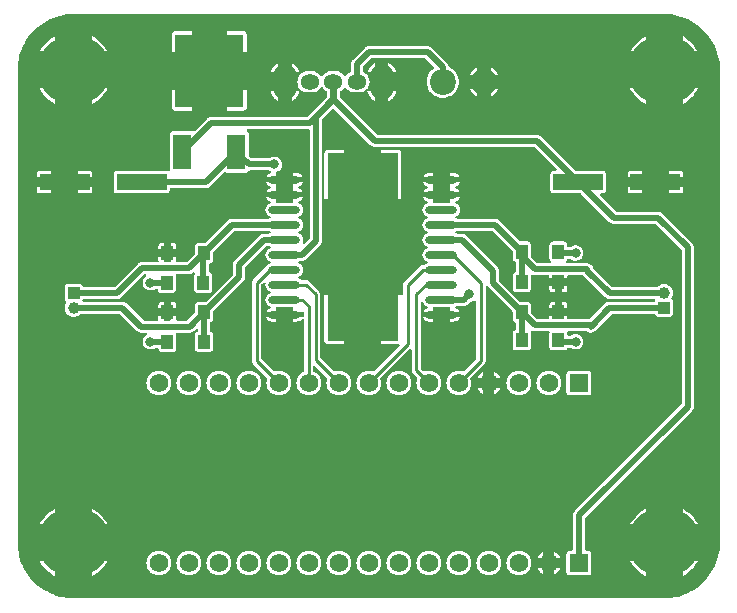
<source format=gtl>
G04 Layer: TopLayer*
G04 EasyEDA v6.5.23, 2023-05-07 17:20:53*
G04 06317d6caa1047b3ac86ced241ba49f9,e617cb807303496c873bc539bd577a54,10*
G04 Gerber Generator version 0.2*
G04 Scale: 100 percent, Rotated: No, Reflected: No *
G04 Dimensions in millimeters *
G04 leading zeros omitted , absolute positions ,4 integer and 5 decimal *
%FSLAX45Y45*%
%MOMM*%

%AMMACRO1*21,1,$1,$2,0,0,$3*%
%ADD10C,0.2540*%
%ADD11C,0.5000*%
%ADD12R,1.6000X3.0000*%
%ADD13R,5.8000X6.2000*%
%ADD14R,4.2000X1.4000*%
%ADD15O,2.6954987999999998X0.6510020000000001*%
%ADD16MACRO1,6X15.9X0.0000*%
%ADD17R,1.0000X1.2000*%
%ADD18O,1.599946X1.2999720000000001*%
%ADD19O,1.9999959999999999X2.999994*%
%ADD20C,2.2000*%
%ADD21C,1.0000*%
%ADD22R,1.0000X1.0000*%
%ADD23C,1.5748*%
%ADD24R,1.5748X1.5748*%
%ADD25C,6.0000*%
%ADD26C,0.6096*%
%ADD27C,0.6100*%
%ADD28C,0.8000*%
%ADD29C,0.0187*%

%LPD*%
G36*
X500227Y25908D02*
G01*
X469900Y26873D01*
X440283Y29718D01*
X410870Y34391D01*
X381812Y40894D01*
X353212Y49225D01*
X325170Y59334D01*
X297840Y71170D01*
X271322Y84734D01*
X245719Y99923D01*
X221081Y116636D01*
X197561Y134924D01*
X175260Y154635D01*
X154178Y175717D01*
X134518Y198069D01*
X116281Y221589D01*
X99568Y246227D01*
X84429Y271881D01*
X70916Y298450D01*
X59080Y325780D01*
X49022Y353822D01*
X40741Y382422D01*
X34290Y411480D01*
X29616Y440893D01*
X26822Y470560D01*
X25908Y500532D01*
X25908Y4499457D01*
X26873Y4530090D01*
X29718Y4559706D01*
X34391Y4589119D01*
X40894Y4618177D01*
X49225Y4646777D01*
X59334Y4674819D01*
X71170Y4702149D01*
X84734Y4728667D01*
X99923Y4754270D01*
X116636Y4778908D01*
X134924Y4802428D01*
X154635Y4824730D01*
X175717Y4845812D01*
X198069Y4865471D01*
X221589Y4883708D01*
X246227Y4900422D01*
X271881Y4915560D01*
X298450Y4929073D01*
X325780Y4940909D01*
X353822Y4950968D01*
X382422Y4959248D01*
X411480Y4965700D01*
X440893Y4970373D01*
X470560Y4973167D01*
X500532Y4974082D01*
X5499455Y4974082D01*
X5530088Y4973116D01*
X5559704Y4970272D01*
X5589117Y4965598D01*
X5618175Y4959096D01*
X5646775Y4950764D01*
X5674817Y4940655D01*
X5702147Y4928819D01*
X5728665Y4915255D01*
X5754268Y4900066D01*
X5778906Y4883353D01*
X5802426Y4865065D01*
X5824728Y4845354D01*
X5845810Y4824272D01*
X5865469Y4801920D01*
X5883706Y4778400D01*
X5900420Y4753762D01*
X5915558Y4728108D01*
X5929071Y4701540D01*
X5940907Y4674209D01*
X5950966Y4646168D01*
X5959246Y4617567D01*
X5965698Y4588510D01*
X5970371Y4559096D01*
X5973165Y4529429D01*
X5974080Y4499457D01*
X5974080Y500532D01*
X5973114Y469900D01*
X5970270Y440283D01*
X5965596Y410870D01*
X5959094Y381812D01*
X5950762Y353212D01*
X5940653Y325170D01*
X5928817Y297840D01*
X5915253Y271322D01*
X5900064Y245719D01*
X5883351Y221081D01*
X5865063Y197561D01*
X5845352Y175260D01*
X5824270Y154178D01*
X5801918Y134518D01*
X5778398Y116281D01*
X5753760Y99568D01*
X5728106Y84429D01*
X5701538Y70916D01*
X5674207Y59080D01*
X5646166Y49022D01*
X5617565Y40741D01*
X5588508Y34290D01*
X5559094Y29616D01*
X5529427Y26822D01*
X5499455Y25908D01*
G37*

%LPC*%
G36*
X5214112Y4656328D02*
G01*
X5343652Y4656328D01*
X5343652Y4785715D01*
X5337048Y4782210D01*
X5315661Y4768748D01*
X5295392Y4753660D01*
X5276342Y4737049D01*
X5258663Y4719015D01*
X5242407Y4699660D01*
X5227726Y4679086D01*
X5214620Y4657445D01*
G37*
G36*
X5656326Y214223D02*
G01*
X5673750Y224282D01*
X5694578Y238607D01*
X5714288Y254457D01*
X5732678Y271780D01*
X5749645Y290525D01*
X5765139Y310489D01*
X5779008Y331622D01*
X5785662Y343662D01*
X5656326Y343662D01*
G37*
G36*
X343662Y214274D02*
G01*
X343662Y343662D01*
X214121Y343662D01*
X214629Y342544D01*
X227736Y320903D01*
X242417Y300329D01*
X258673Y280974D01*
X276352Y262940D01*
X295402Y246329D01*
X315671Y231241D01*
X337058Y217779D01*
G37*
G36*
X5343652Y214274D02*
G01*
X5343652Y343662D01*
X5214112Y343662D01*
X5214620Y342544D01*
X5227726Y320903D01*
X5242407Y300329D01*
X5258663Y280974D01*
X5276342Y262940D01*
X5295392Y246329D01*
X5315661Y231241D01*
X5337048Y217779D01*
G37*
G36*
X4699812Y221335D02*
G01*
X4856175Y221335D01*
X4862474Y222046D01*
X4867960Y223977D01*
X4872837Y227075D01*
X4876952Y231140D01*
X4880000Y236067D01*
X4881930Y241503D01*
X4882642Y247853D01*
X4882642Y404164D01*
X4881930Y410514D01*
X4880000Y415950D01*
X4876952Y420827D01*
X4872837Y424942D01*
X4867960Y428040D01*
X4862474Y429920D01*
X4856175Y430631D01*
X4839055Y430631D01*
X4835194Y431444D01*
X4831892Y433628D01*
X4829657Y436930D01*
X4828895Y440791D01*
X4828895Y702716D01*
X4829657Y706577D01*
X4831892Y709879D01*
X5735828Y1613865D01*
X5738977Y1617268D01*
X5741670Y1620824D01*
X5744057Y1624533D01*
X5746140Y1628495D01*
X5747816Y1632610D01*
X5749137Y1636826D01*
X5750102Y1641144D01*
X5750712Y1645564D01*
X5750915Y1650238D01*
X5750915Y2999790D01*
X5750712Y3004413D01*
X5750102Y3008833D01*
X5749137Y3013151D01*
X5747816Y3017418D01*
X5746140Y3021533D01*
X5744057Y3025444D01*
X5741670Y3029204D01*
X5738977Y3032709D01*
X5735828Y3036163D01*
X5486146Y3285845D01*
X5482691Y3288995D01*
X5479186Y3291687D01*
X5475427Y3294075D01*
X5471515Y3296107D01*
X5467400Y3297834D01*
X5463133Y3299155D01*
X5458815Y3300120D01*
X5454396Y3300679D01*
X5449773Y3300882D01*
X5098542Y3300882D01*
X5094681Y3301695D01*
X5091379Y3303879D01*
X4958486Y3436721D01*
X4956302Y3440023D01*
X4955540Y3443935D01*
X4956302Y3447796D01*
X4958486Y3451098D01*
X4961788Y3453333D01*
X4965700Y3454095D01*
X4982718Y3454095D01*
X4989017Y3454806D01*
X4994503Y3456686D01*
X4999380Y3459784D01*
X5003495Y3463899D01*
X5006543Y3468776D01*
X5008473Y3474262D01*
X5009184Y3480562D01*
X5009184Y3619398D01*
X5008473Y3625748D01*
X5006543Y3631184D01*
X5003495Y3636111D01*
X4999380Y3640175D01*
X4994503Y3643274D01*
X4989017Y3645204D01*
X4982718Y3645915D01*
X4753356Y3645915D01*
X4749495Y3646678D01*
X4746193Y3648862D01*
X4459325Y3935780D01*
X4455871Y3938930D01*
X4452366Y3941622D01*
X4448606Y3944010D01*
X4444644Y3946042D01*
X4440580Y3947769D01*
X4436313Y3949090D01*
X4431995Y3950055D01*
X4427575Y3950614D01*
X4422952Y3950817D01*
X3075330Y3950817D01*
X3071469Y3951579D01*
X3068167Y3953814D01*
X2754680Y4267504D01*
X2752445Y4270806D01*
X2751683Y4274718D01*
X2751683Y4310380D01*
X2752344Y4313986D01*
X2754274Y4317136D01*
X2757170Y4319371D01*
X2762859Y4322318D01*
X2773019Y4329480D01*
X2782062Y4337964D01*
X2789885Y4347565D01*
X2791663Y4350461D01*
X2794457Y4353458D01*
X2798267Y4355134D01*
X2802382Y4355134D01*
X2806192Y4353458D01*
X2808986Y4350461D01*
X2810764Y4347565D01*
X2818587Y4337964D01*
X2827629Y4329480D01*
X2837789Y4322318D01*
X2848762Y4316628D01*
X2860497Y4312462D01*
X2872638Y4309973D01*
X2885338Y4309059D01*
X2914650Y4309059D01*
X2927350Y4309973D01*
X2939491Y4312462D01*
X2951226Y4316628D01*
X2962198Y4322318D01*
X2971444Y4328871D01*
X2975152Y4330496D01*
X2976676Y4330496D01*
X2977235Y4332935D01*
X2979572Y4336237D01*
X2981401Y4337964D01*
X2989224Y4347565D01*
X2995676Y4358182D01*
X3000603Y4369562D01*
X3003956Y4381500D01*
X3005683Y4393793D01*
X3005683Y4406188D01*
X3003956Y4418482D01*
X3000603Y4430420D01*
X2995676Y4441799D01*
X2989224Y4452416D01*
X2981401Y4462018D01*
X2979572Y4463745D01*
X2977235Y4467047D01*
X2976676Y4469485D01*
X2975152Y4469485D01*
X2971444Y4471111D01*
X2962198Y4477664D01*
X2956407Y4480661D01*
X2953461Y4482896D01*
X2951581Y4486046D01*
X2950921Y4489704D01*
X2950921Y4524705D01*
X2951683Y4528566D01*
X2953867Y4531868D01*
X3018078Y4596130D01*
X3021380Y4598314D01*
X3025292Y4599076D01*
X3474720Y4599076D01*
X3478580Y4598314D01*
X3481882Y4596130D01*
X3550208Y4527804D01*
X3552596Y4523994D01*
X3553104Y4519574D01*
X3551682Y4515358D01*
X3548583Y4512106D01*
X3543858Y4509008D01*
X3531717Y4498848D01*
X3520897Y4487316D01*
X3511448Y4474667D01*
X3503574Y4461002D01*
X3497275Y4446473D01*
X3492754Y4431334D01*
X3490010Y4415790D01*
X3489096Y4399991D01*
X3490010Y4384192D01*
X3492754Y4368647D01*
X3497275Y4353509D01*
X3503574Y4338980D01*
X3511448Y4325315D01*
X3520897Y4312666D01*
X3531717Y4301134D01*
X3543858Y4290974D01*
X3557066Y4282287D01*
X3571189Y4275226D01*
X3586022Y4269790D01*
X3601415Y4266184D01*
X3617112Y4264355D01*
X3632911Y4264355D01*
X3648608Y4266184D01*
X3663950Y4269790D01*
X3678834Y4275226D01*
X3692956Y4282287D01*
X3706164Y4290974D01*
X3718255Y4301134D01*
X3729075Y4312666D01*
X3738524Y4325315D01*
X3746449Y4338980D01*
X3752697Y4353509D01*
X3757218Y4368647D01*
X3759962Y4384192D01*
X3760876Y4399991D01*
X3759962Y4415790D01*
X3757218Y4431334D01*
X3752697Y4446473D01*
X3746449Y4461002D01*
X3738524Y4474667D01*
X3729075Y4487316D01*
X3718255Y4498848D01*
X3706164Y4509008D01*
X3692956Y4517694D01*
X3680815Y4523740D01*
X3678072Y4525772D01*
X3676142Y4528616D01*
X3674160Y4538167D01*
X3672840Y4542383D01*
X3671112Y4546498D01*
X3669080Y4550460D01*
X3666693Y4554169D01*
X3664000Y4557725D01*
X3660851Y4561128D01*
X3536137Y4685842D01*
X3532682Y4688992D01*
X3529177Y4691684D01*
X3525418Y4694072D01*
X3521506Y4696104D01*
X3517392Y4697831D01*
X3513175Y4699152D01*
X3508806Y4700117D01*
X3504437Y4700676D01*
X3499764Y4700879D01*
X3000197Y4700879D01*
X2995574Y4700676D01*
X2991154Y4700117D01*
X2986836Y4699152D01*
X2982569Y4697831D01*
X2978505Y4696104D01*
X2974543Y4694072D01*
X2970784Y4691684D01*
X2967278Y4688992D01*
X2963824Y4685842D01*
X2864154Y4586122D01*
X2861005Y4582718D01*
X2858312Y4579162D01*
X2855925Y4575454D01*
X2853842Y4571492D01*
X2852166Y4567377D01*
X2850845Y4563160D01*
X2849880Y4558842D01*
X2849270Y4554423D01*
X2849067Y4549749D01*
X2849067Y4489704D01*
X2848406Y4486046D01*
X2846527Y4482896D01*
X2843580Y4480661D01*
X2837789Y4477664D01*
X2827629Y4470501D01*
X2818587Y4462018D01*
X2810764Y4452416D01*
X2808986Y4449521D01*
X2806192Y4446524D01*
X2802382Y4444847D01*
X2798267Y4444847D01*
X2794457Y4446524D01*
X2791663Y4449521D01*
X2789885Y4452416D01*
X2782062Y4462018D01*
X2773019Y4470501D01*
X2762859Y4477664D01*
X2751886Y4483354D01*
X2740152Y4487519D01*
X2728010Y4490008D01*
X2715310Y4490872D01*
X2685999Y4490872D01*
X2673299Y4490008D01*
X2661158Y4487519D01*
X2649423Y4483354D01*
X2638450Y4477664D01*
X2628290Y4470501D01*
X2619248Y4462018D01*
X2611424Y4452416D01*
X2608986Y4448454D01*
X2606192Y4445406D01*
X2602382Y4443780D01*
X2598267Y4443780D01*
X2594457Y4445406D01*
X2591663Y4448454D01*
X2589225Y4452416D01*
X2581402Y4462018D01*
X2572359Y4470501D01*
X2562199Y4477664D01*
X2551226Y4483354D01*
X2539492Y4487519D01*
X2527350Y4490008D01*
X2514650Y4490872D01*
X2485339Y4490872D01*
X2472639Y4490008D01*
X2460498Y4487519D01*
X2448763Y4483354D01*
X2437790Y4477664D01*
X2428544Y4471111D01*
X2424836Y4469485D01*
X2423312Y4469485D01*
X2422753Y4467047D01*
X2420416Y4463745D01*
X2418588Y4462018D01*
X2410764Y4452416D01*
X2404313Y4441799D01*
X2399385Y4430420D01*
X2396032Y4418482D01*
X2394305Y4406188D01*
X2394305Y4393793D01*
X2396032Y4381500D01*
X2399385Y4369562D01*
X2404313Y4358182D01*
X2410764Y4347565D01*
X2418588Y4337964D01*
X2420416Y4336237D01*
X2422753Y4332935D01*
X2423312Y4330496D01*
X2424836Y4330496D01*
X2428544Y4328871D01*
X2437790Y4322318D01*
X2448763Y4316628D01*
X2460498Y4312462D01*
X2472639Y4309973D01*
X2485339Y4309059D01*
X2514650Y4309059D01*
X2527350Y4309973D01*
X2539492Y4312462D01*
X2551226Y4316628D01*
X2562199Y4322318D01*
X2572359Y4329480D01*
X2581402Y4337964D01*
X2589225Y4347565D01*
X2591663Y4351528D01*
X2594457Y4354576D01*
X2598267Y4356201D01*
X2602382Y4356201D01*
X2606192Y4354576D01*
X2608986Y4351528D01*
X2611424Y4347565D01*
X2619248Y4337964D01*
X2628290Y4329480D01*
X2638450Y4322318D01*
X2644241Y4319320D01*
X2647188Y4317085D01*
X2649067Y4313936D01*
X2649728Y4310278D01*
X2649728Y4275937D01*
X2648966Y4272076D01*
X2646781Y4268774D01*
X2481884Y4103878D01*
X2478582Y4101693D01*
X2474722Y4100880D01*
X1663598Y4100880D01*
X1658975Y4100677D01*
X1654556Y4100118D01*
X1650238Y4099153D01*
X1645970Y4097832D01*
X1641906Y4096105D01*
X1637944Y4094073D01*
X1634185Y4091686D01*
X1630680Y4088993D01*
X1627225Y4085844D01*
X1524152Y3982720D01*
X1521002Y3980586D01*
X1517243Y3979773D01*
X1513484Y3980332D01*
X1506677Y3982821D01*
X1500428Y3983532D01*
X1341577Y3983532D01*
X1335227Y3982821D01*
X1329791Y3980891D01*
X1324864Y3977792D01*
X1320800Y3973728D01*
X1317701Y3968800D01*
X1315821Y3963365D01*
X1315110Y3957015D01*
X1315110Y3658158D01*
X1315821Y3651504D01*
X1315567Y3647744D01*
X1313942Y3644341D01*
X1311148Y3641750D01*
X1307642Y3640378D01*
X1303832Y3640378D01*
X1300327Y3641750D01*
X1297940Y3643274D01*
X1292453Y3645204D01*
X1286154Y3645915D01*
X867308Y3645915D01*
X860958Y3645204D01*
X855522Y3643274D01*
X850595Y3640175D01*
X846531Y3636111D01*
X843432Y3631184D01*
X841502Y3625748D01*
X840790Y3619398D01*
X840790Y3480562D01*
X841502Y3474262D01*
X843432Y3468776D01*
X846531Y3463899D01*
X850595Y3459784D01*
X855522Y3456686D01*
X860958Y3454806D01*
X867308Y3454095D01*
X1286154Y3454095D01*
X1292453Y3454806D01*
X1297940Y3456686D01*
X1302816Y3459784D01*
X1306931Y3463899D01*
X1309979Y3468776D01*
X1311910Y3474262D01*
X1312621Y3480562D01*
X1312621Y3488944D01*
X1313383Y3492804D01*
X1315618Y3496106D01*
X1318920Y3498291D01*
X1322781Y3499104D01*
X1621180Y3499104D01*
X1625854Y3499307D01*
X1630222Y3499865D01*
X1634591Y3500831D01*
X1638807Y3502151D01*
X1642922Y3503879D01*
X1646834Y3505911D01*
X1650593Y3508298D01*
X1654149Y3510991D01*
X1657553Y3514140D01*
X1775866Y3632454D01*
X1779016Y3634587D01*
X1782724Y3635451D01*
X1786483Y3634841D01*
X1793290Y3632403D01*
X1799589Y3631692D01*
X1958441Y3631692D01*
X1964740Y3632403D01*
X1970227Y3634333D01*
X1975104Y3637381D01*
X1979218Y3641496D01*
X1980996Y3644341D01*
X1983232Y3646881D01*
X1986229Y3648506D01*
X1989582Y3649065D01*
X2154986Y3649065D01*
X2158034Y3648608D01*
X2160778Y3647287D01*
X2165248Y3644188D01*
X2168144Y3641090D01*
X2169566Y3637026D01*
X2169160Y3632758D01*
X2167026Y3629050D01*
X2163521Y3626561D01*
X2155190Y3622852D01*
X2147112Y3617620D01*
X2140000Y3611067D01*
X2134108Y3603447D01*
X2129485Y3594963D01*
X2129180Y3594100D01*
X2211476Y3594100D01*
X2211476Y3627120D01*
X2212289Y3631082D01*
X2214626Y3634435D01*
X2218029Y3636619D01*
X2228240Y3640480D01*
X2237435Y3645763D01*
X2245614Y3652469D01*
X2252675Y3660394D01*
X2258314Y3669385D01*
X2262479Y3679139D01*
X2265019Y3689400D01*
X2265883Y3699967D01*
X2265019Y3710584D01*
X2262479Y3720846D01*
X2258314Y3730599D01*
X2252675Y3739591D01*
X2245614Y3747515D01*
X2237435Y3754221D01*
X2228240Y3759504D01*
X2218334Y3763264D01*
X2207920Y3765397D01*
X2197354Y3765804D01*
X2186838Y3764534D01*
X2176627Y3761587D01*
X2167077Y3757066D01*
X2160778Y3752697D01*
X2158034Y3751376D01*
X2154986Y3750919D01*
X2011883Y3750919D01*
X2008022Y3751681D01*
X2004720Y3753865D01*
X1987854Y3770680D01*
X1985670Y3773982D01*
X1984908Y3777894D01*
X1984908Y3957015D01*
X1984197Y3963365D01*
X1982266Y3968800D01*
X1979218Y3973728D01*
X1975104Y3977792D01*
X1971090Y3980332D01*
X1967992Y3983380D01*
X1966468Y3987393D01*
X1966772Y3991711D01*
X1968804Y3995572D01*
X1972259Y3998163D01*
X1976526Y3999077D01*
X2488844Y3999077D01*
X2492705Y3998315D01*
X2496007Y3996131D01*
X2498242Y3992829D01*
X2499004Y3988917D01*
X2499004Y3075330D01*
X2498242Y3071418D01*
X2496007Y3068167D01*
X2457907Y3030016D01*
X2454097Y3027629D01*
X2449626Y3027121D01*
X2445359Y3028594D01*
X2442159Y3031794D01*
X2440635Y3036011D01*
X2441092Y3040532D01*
X2444089Y3049168D01*
X2445664Y3058668D01*
X2445664Y3068320D01*
X2444089Y3077819D01*
X2440940Y3086963D01*
X2436368Y3095447D01*
X2430424Y3103067D01*
X2423312Y3109620D01*
X2415235Y3114852D01*
X2408834Y3117697D01*
X2405634Y3119932D01*
X2403500Y3123184D01*
X2402738Y3126994D01*
X2403500Y3130804D01*
X2405634Y3134055D01*
X2408834Y3136290D01*
X2415235Y3139135D01*
X2423312Y3144367D01*
X2430424Y3150920D01*
X2436368Y3158540D01*
X2440940Y3167024D01*
X2444089Y3176168D01*
X2445664Y3185668D01*
X2445664Y3195320D01*
X2444089Y3204819D01*
X2440940Y3213963D01*
X2436368Y3222447D01*
X2430424Y3230067D01*
X2423312Y3236620D01*
X2415235Y3241852D01*
X2408834Y3244697D01*
X2405634Y3246932D01*
X2403500Y3250184D01*
X2402738Y3253994D01*
X2403500Y3257803D01*
X2405634Y3261055D01*
X2408834Y3263290D01*
X2415235Y3266135D01*
X2423312Y3271367D01*
X2430424Y3277920D01*
X2436368Y3285540D01*
X2440940Y3294024D01*
X2444089Y3303168D01*
X2445664Y3312668D01*
X2445664Y3322320D01*
X2444089Y3331819D01*
X2440940Y3340963D01*
X2436368Y3349447D01*
X2430424Y3357067D01*
X2423312Y3363620D01*
X2415235Y3368852D01*
X2408834Y3371697D01*
X2405634Y3373932D01*
X2403500Y3377184D01*
X2402738Y3380994D01*
X2403500Y3384804D01*
X2405634Y3388055D01*
X2408834Y3390290D01*
X2415235Y3393135D01*
X2423312Y3398367D01*
X2430424Y3404920D01*
X2436368Y3412540D01*
X2440940Y3421024D01*
X2441244Y3421887D01*
X2358948Y3421887D01*
X2358948Y3386124D01*
X2358186Y3382213D01*
X2356002Y3378911D01*
X2352700Y3376726D01*
X2348788Y3375964D01*
X2221636Y3375964D01*
X2217775Y3376726D01*
X2214473Y3378911D01*
X2212238Y3382213D01*
X2211476Y3386124D01*
X2211476Y3421887D01*
X2129180Y3421887D01*
X2129485Y3421024D01*
X2134108Y3412540D01*
X2140000Y3404920D01*
X2147112Y3398367D01*
X2155190Y3393135D01*
X2161590Y3390290D01*
X2164791Y3388055D01*
X2166924Y3384804D01*
X2167686Y3380994D01*
X2166924Y3377184D01*
X2164791Y3373932D01*
X2161590Y3371697D01*
X2155190Y3368852D01*
X2147112Y3363620D01*
X2140000Y3357067D01*
X2134108Y3349447D01*
X2129485Y3340963D01*
X2126335Y3331819D01*
X2124760Y3322320D01*
X2124760Y3312668D01*
X2126335Y3303168D01*
X2129485Y3294024D01*
X2134108Y3285540D01*
X2140000Y3277920D01*
X2147112Y3271367D01*
X2155190Y3266135D01*
X2161590Y3263290D01*
X2164791Y3261055D01*
X2166924Y3257803D01*
X2167686Y3253994D01*
X2166924Y3250184D01*
X2164791Y3246932D01*
X2161590Y3244697D01*
X2156053Y3242259D01*
X2151989Y3241395D01*
X1845716Y3241395D01*
X1841042Y3241192D01*
X1836674Y3240633D01*
X1832305Y3239668D01*
X1828088Y3238347D01*
X1823974Y3236620D01*
X1820062Y3234588D01*
X1816303Y3232200D01*
X1812798Y3229508D01*
X1809343Y3226358D01*
X1621891Y3038856D01*
X1618589Y3036671D01*
X1614678Y3035909D01*
X1555546Y3035909D01*
X1549247Y3035198D01*
X1543761Y3033268D01*
X1538884Y3030220D01*
X1534769Y3026105D01*
X1531721Y3021228D01*
X1529791Y3015742D01*
X1529080Y3009442D01*
X1529080Y2950311D01*
X1528318Y2946400D01*
X1526133Y2943098D01*
X1459484Y2876499D01*
X1456182Y2874264D01*
X1452321Y2873502D01*
X1380337Y2873502D01*
X1376222Y2874416D01*
X1372768Y2876905D01*
X1370685Y2880563D01*
X1370279Y2884830D01*
X1370888Y2890570D01*
X1370888Y2913634D01*
X1326337Y2913634D01*
X1326337Y2883662D01*
X1325575Y2879801D01*
X1323390Y2876499D01*
X1320088Y2874264D01*
X1316177Y2873502D01*
X1273810Y2873502D01*
X1269898Y2874264D01*
X1266647Y2876499D01*
X1264412Y2879801D01*
X1263650Y2883662D01*
X1263650Y2913634D01*
X1219098Y2913634D01*
X1219098Y2890570D01*
X1219758Y2884830D01*
X1219301Y2880563D01*
X1217218Y2876905D01*
X1213815Y2874416D01*
X1209649Y2873502D01*
X1079703Y2873502D01*
X1075080Y2873298D01*
X1070660Y2872740D01*
X1066342Y2871774D01*
X1062075Y2870454D01*
X1058011Y2868726D01*
X1054049Y2866694D01*
X1050290Y2864307D01*
X1046784Y2861614D01*
X1043330Y2858465D01*
X851255Y2666390D01*
X848004Y2664155D01*
X844092Y2663393D01*
X584098Y2663393D01*
X580034Y2664256D01*
X576630Y2666644D01*
X574497Y2670200D01*
X573278Y2673705D01*
X570179Y2678582D01*
X566115Y2682697D01*
X561187Y2685796D01*
X555752Y2687675D01*
X549452Y2688386D01*
X450545Y2688386D01*
X444246Y2687675D01*
X438810Y2685796D01*
X433882Y2682697D01*
X429818Y2678582D01*
X426720Y2673705D01*
X424789Y2668270D01*
X424078Y2661920D01*
X424078Y2563063D01*
X424789Y2556764D01*
X426720Y2551277D01*
X429768Y2546400D01*
X434848Y2541422D01*
X437184Y2537764D01*
X437845Y2533497D01*
X436626Y2529332D01*
X430784Y2518511D01*
X426821Y2507589D01*
X424637Y2496210D01*
X424180Y2484577D01*
X425500Y2473045D01*
X428599Y2461869D01*
X433324Y2451252D01*
X439674Y2441498D01*
X447395Y2432812D01*
X456336Y2425446D01*
X466343Y2419502D01*
X477113Y2415133D01*
X488391Y2412492D01*
X500024Y2411628D01*
X511606Y2412492D01*
X522884Y2415133D01*
X533654Y2419502D01*
X543661Y2425446D01*
X552907Y2433167D01*
X556361Y2435656D01*
X560527Y2436571D01*
X887221Y2436571D01*
X891133Y2435809D01*
X894384Y2433574D01*
X1036523Y2291435D01*
X1039977Y2288286D01*
X1043482Y2285593D01*
X1047242Y2283206D01*
X1051204Y2281174D01*
X1055268Y2279446D01*
X1059535Y2278126D01*
X1063853Y2277160D01*
X1068273Y2276602D01*
X1072896Y2276398D01*
X1112723Y2276398D01*
X1116533Y2275636D01*
X1119784Y2273503D01*
X1122019Y2270302D01*
X1122883Y2266543D01*
X1122222Y2262682D01*
X1120190Y2259380D01*
X1108354Y2251049D01*
X1100683Y2243683D01*
X1094333Y2235200D01*
X1089406Y2225802D01*
X1086053Y2215743D01*
X1084326Y2205278D01*
X1084326Y2194712D01*
X1086053Y2184247D01*
X1089406Y2174189D01*
X1094333Y2164791D01*
X1100683Y2156307D01*
X1108354Y2148992D01*
X1117041Y2142947D01*
X1126642Y2138426D01*
X1136802Y2135479D01*
X1147368Y2134158D01*
X1157935Y2134616D01*
X1168349Y2136698D01*
X1178255Y2140458D01*
X1191666Y2148484D01*
X1195070Y2149094D01*
X1209040Y2149094D01*
X1212697Y2148433D01*
X1215796Y2146503D01*
X1218082Y2143607D01*
X1219149Y2140051D01*
X1219809Y2134260D01*
X1221689Y2128774D01*
X1224788Y2123897D01*
X1228902Y2119782D01*
X1233779Y2116734D01*
X1239266Y2114804D01*
X1245565Y2114092D01*
X1344422Y2114092D01*
X1350772Y2114804D01*
X1356207Y2116734D01*
X1361135Y2119782D01*
X1365199Y2123897D01*
X1368298Y2128774D01*
X1370177Y2134260D01*
X1370888Y2140559D01*
X1370888Y2259431D01*
X1370279Y2265070D01*
X1370685Y2269337D01*
X1372768Y2272995D01*
X1376222Y2275484D01*
X1380388Y2276398D01*
X1482090Y2276398D01*
X1486712Y2276602D01*
X1491132Y2277160D01*
X1495450Y2278126D01*
X1499717Y2279446D01*
X1503832Y2281174D01*
X1507744Y2283206D01*
X1511503Y2285593D01*
X1515008Y2288286D01*
X1518462Y2291435D01*
X1536750Y2309723D01*
X1540052Y2311958D01*
X1543913Y2312720D01*
X1547825Y2311958D01*
X1551127Y2309723D01*
X1553311Y2306421D01*
X1554073Y2302560D01*
X1554073Y2294077D01*
X1553210Y2290013D01*
X1550822Y2286660D01*
X1547266Y2284526D01*
X1543761Y2283256D01*
X1538884Y2280208D01*
X1534769Y2276094D01*
X1531721Y2271217D01*
X1529791Y2265730D01*
X1529080Y2259431D01*
X1529080Y2140559D01*
X1529791Y2134260D01*
X1531721Y2128774D01*
X1534769Y2123897D01*
X1538884Y2119782D01*
X1543761Y2116734D01*
X1549247Y2114804D01*
X1555546Y2114092D01*
X1654403Y2114092D01*
X1660753Y2114804D01*
X1666189Y2116734D01*
X1671116Y2119782D01*
X1675180Y2123897D01*
X1678279Y2128774D01*
X1680210Y2134260D01*
X1680921Y2140559D01*
X1680921Y2259431D01*
X1680210Y2265730D01*
X1678279Y2271217D01*
X1675180Y2276094D01*
X1671116Y2280208D01*
X1666189Y2283256D01*
X1662684Y2284526D01*
X1659128Y2286660D01*
X1656740Y2290013D01*
X1655876Y2294077D01*
X1655876Y2355900D01*
X1656740Y2359964D01*
X1659128Y2363317D01*
X1662684Y2365502D01*
X1666189Y2366721D01*
X1671116Y2369769D01*
X1675180Y2373884D01*
X1678279Y2378760D01*
X1680210Y2384247D01*
X1680921Y2390546D01*
X1680921Y2449677D01*
X1681683Y2453589D01*
X1683867Y2456891D01*
X1935835Y2708859D01*
X1938985Y2712262D01*
X1941677Y2715818D01*
X1944065Y2719527D01*
X1946148Y2723489D01*
X1947824Y2727604D01*
X1949145Y2731820D01*
X1950110Y2736138D01*
X1950720Y2740558D01*
X1950923Y2745232D01*
X1950923Y2824683D01*
X1951685Y2828594D01*
X1953869Y2831896D01*
X2131618Y3009595D01*
X2134920Y3011830D01*
X2138781Y3012592D01*
X2151989Y3012592D01*
X2156053Y3011728D01*
X2161590Y3009290D01*
X2164791Y3007055D01*
X2166924Y3003804D01*
X2167686Y2999994D01*
X2166924Y2996184D01*
X2164791Y2992932D01*
X2161590Y2990697D01*
X2155190Y2987852D01*
X2147112Y2982620D01*
X2140000Y2976067D01*
X2134108Y2968447D01*
X2129485Y2959963D01*
X2126335Y2950819D01*
X2124760Y2941320D01*
X2124760Y2931668D01*
X2126335Y2922168D01*
X2129485Y2913024D01*
X2134108Y2904540D01*
X2140000Y2896920D01*
X2147112Y2890367D01*
X2155190Y2885135D01*
X2161590Y2882290D01*
X2164791Y2880055D01*
X2166924Y2876804D01*
X2167686Y2872994D01*
X2166924Y2869184D01*
X2164791Y2865932D01*
X2161590Y2863697D01*
X2155190Y2860852D01*
X2147112Y2855620D01*
X2140000Y2849067D01*
X2134108Y2841447D01*
X2131517Y2836722D01*
X2129790Y2834335D01*
X2023110Y2727655D01*
X2017979Y2721457D01*
X2014423Y2714752D01*
X2012238Y2707538D01*
X2011425Y2699512D01*
X2011425Y2038451D01*
X2012238Y2030425D01*
X2014423Y2023211D01*
X2017979Y2016556D01*
X2023110Y2010308D01*
X2137359Y1896008D01*
X2139492Y1892909D01*
X2140356Y1889302D01*
X2139797Y1885594D01*
X2136952Y1877060D01*
X2134260Y1863648D01*
X2133346Y1849983D01*
X2134260Y1836318D01*
X2136952Y1822907D01*
X2141321Y1809953D01*
X2147366Y1797659D01*
X2154986Y1786280D01*
X2164029Y1776018D01*
X2174290Y1766976D01*
X2185670Y1759407D01*
X2197963Y1753311D01*
X2210917Y1748942D01*
X2224328Y1746250D01*
X2237994Y1745386D01*
X2251659Y1746250D01*
X2265070Y1748942D01*
X2278024Y1753311D01*
X2290318Y1759407D01*
X2301697Y1766976D01*
X2311958Y1776018D01*
X2321001Y1786280D01*
X2328621Y1797659D01*
X2334666Y1809953D01*
X2339035Y1822907D01*
X2341727Y1836318D01*
X2342642Y1849983D01*
X2341727Y1863648D01*
X2339035Y1877060D01*
X2334666Y1890014D01*
X2328621Y1902307D01*
X2321001Y1913686D01*
X2311958Y1923999D01*
X2301697Y1932990D01*
X2290318Y1940610D01*
X2278024Y1946656D01*
X2265070Y1951075D01*
X2251659Y1953717D01*
X2237994Y1954631D01*
X2224328Y1953717D01*
X2210917Y1951075D01*
X2202434Y1948180D01*
X2198725Y1947672D01*
X2195068Y1948484D01*
X2191969Y1950618D01*
X2091639Y2050999D01*
X2089404Y2054301D01*
X2088642Y2058162D01*
X2088642Y2679801D01*
X2089404Y2683713D01*
X2091639Y2687015D01*
X2108911Y2704287D01*
X2112467Y2706624D01*
X2116683Y2707284D01*
X2120747Y2706166D01*
X2124049Y2703474D01*
X2125929Y2699664D01*
X2126132Y2695448D01*
X2124760Y2687320D01*
X2124760Y2677668D01*
X2126335Y2668168D01*
X2129485Y2659024D01*
X2134108Y2650540D01*
X2140000Y2642920D01*
X2147112Y2636367D01*
X2155190Y2631135D01*
X2161590Y2628290D01*
X2164791Y2626055D01*
X2166924Y2622804D01*
X2167686Y2618994D01*
X2166924Y2615184D01*
X2164791Y2611932D01*
X2161590Y2609697D01*
X2155190Y2606852D01*
X2147112Y2601620D01*
X2140000Y2595067D01*
X2134108Y2587447D01*
X2129485Y2578963D01*
X2126335Y2569819D01*
X2124760Y2560320D01*
X2124760Y2550668D01*
X2126335Y2541168D01*
X2129485Y2532024D01*
X2134108Y2523540D01*
X2140000Y2515920D01*
X2147112Y2509367D01*
X2155190Y2504135D01*
X2161590Y2501290D01*
X2164791Y2499055D01*
X2166924Y2495804D01*
X2167686Y2491994D01*
X2166924Y2488184D01*
X2164791Y2484932D01*
X2161590Y2482697D01*
X2155190Y2479852D01*
X2147112Y2474620D01*
X2140000Y2468067D01*
X2134108Y2460447D01*
X2129485Y2451963D01*
X2129180Y2451100D01*
X2211476Y2451100D01*
X2211476Y2486863D01*
X2212238Y2490774D01*
X2214473Y2494076D01*
X2217775Y2496261D01*
X2221636Y2497023D01*
X2348788Y2497023D01*
X2352700Y2496261D01*
X2356002Y2494076D01*
X2358186Y2490774D01*
X2358948Y2486863D01*
X2358948Y2451100D01*
X2443226Y2451100D01*
X2447137Y2450338D01*
X2450388Y2448153D01*
X2452624Y2444851D01*
X2453386Y2440940D01*
X2453386Y2416048D01*
X2452624Y2412136D01*
X2450388Y2408834D01*
X2447137Y2406650D01*
X2443226Y2405888D01*
X2358948Y2405888D01*
X2358948Y2370023D01*
X2387041Y2370023D01*
X2397048Y2370886D01*
X2406396Y2373223D01*
X2415235Y2377135D01*
X2423312Y2382367D01*
X2430424Y2388920D01*
X2435199Y2395067D01*
X2438400Y2397760D01*
X2442362Y2398928D01*
X2446528Y2398420D01*
X2450084Y2396286D01*
X2452522Y2392883D01*
X2453386Y2388819D01*
X2453386Y1953666D01*
X2452674Y1950008D01*
X2450693Y1946808D01*
X2447696Y1944573D01*
X2439670Y1940610D01*
X2428290Y1932990D01*
X2418029Y1923999D01*
X2408986Y1913686D01*
X2401366Y1902307D01*
X2395321Y1890014D01*
X2390952Y1877060D01*
X2388260Y1863648D01*
X2387346Y1849983D01*
X2388260Y1836318D01*
X2390952Y1822907D01*
X2395321Y1809953D01*
X2401366Y1797659D01*
X2408986Y1786280D01*
X2418029Y1776018D01*
X2428290Y1766976D01*
X2439670Y1759407D01*
X2451963Y1753311D01*
X2464917Y1748942D01*
X2478328Y1746250D01*
X2491994Y1745386D01*
X2505659Y1746250D01*
X2519070Y1748942D01*
X2532024Y1753311D01*
X2544318Y1759407D01*
X2555697Y1766976D01*
X2565958Y1776018D01*
X2575001Y1786280D01*
X2582621Y1797659D01*
X2588666Y1809953D01*
X2593035Y1822907D01*
X2595727Y1836318D01*
X2596642Y1849983D01*
X2595727Y1863648D01*
X2593035Y1877060D01*
X2588666Y1890014D01*
X2582621Y1902307D01*
X2575001Y1913686D01*
X2565958Y1923999D01*
X2555697Y1932990D01*
X2544318Y1940610D01*
X2536291Y1944573D01*
X2533294Y1946808D01*
X2531313Y1950008D01*
X2530602Y1953666D01*
X2530602Y1986280D01*
X2531364Y1990140D01*
X2533599Y1993442D01*
X2536850Y1995678D01*
X2540762Y1996439D01*
X2544673Y1995678D01*
X2547924Y1993442D01*
X2645359Y1896008D01*
X2647492Y1892909D01*
X2648356Y1889302D01*
X2647797Y1885594D01*
X2644952Y1877060D01*
X2642260Y1863648D01*
X2641346Y1849983D01*
X2642260Y1836318D01*
X2644952Y1822907D01*
X2649321Y1809953D01*
X2655366Y1797659D01*
X2662986Y1786280D01*
X2672029Y1776018D01*
X2682290Y1766976D01*
X2693670Y1759407D01*
X2705963Y1753311D01*
X2718917Y1748942D01*
X2732328Y1746250D01*
X2745994Y1745386D01*
X2759659Y1746250D01*
X2773070Y1748942D01*
X2786024Y1753311D01*
X2798318Y1759407D01*
X2809697Y1766976D01*
X2819958Y1776018D01*
X2829001Y1786280D01*
X2836621Y1797659D01*
X2842666Y1809953D01*
X2847035Y1822907D01*
X2849727Y1836318D01*
X2850642Y1849983D01*
X2849727Y1863648D01*
X2847035Y1877060D01*
X2842666Y1890014D01*
X2836621Y1902307D01*
X2829001Y1913686D01*
X2819958Y1923999D01*
X2809697Y1932990D01*
X2798318Y1940610D01*
X2786024Y1946656D01*
X2773070Y1951075D01*
X2759659Y1953717D01*
X2745994Y1954631D01*
X2732328Y1953717D01*
X2718917Y1951075D01*
X2710434Y1948180D01*
X2706725Y1947672D01*
X2703068Y1948484D01*
X2699969Y1950618D01*
X2591562Y2059025D01*
X2589377Y2062327D01*
X2588615Y2066188D01*
X2588615Y2599486D01*
X2587802Y2607513D01*
X2585618Y2614777D01*
X2582062Y2621432D01*
X2576931Y2627630D01*
X2495143Y2709468D01*
X2488895Y2714548D01*
X2482240Y2718104D01*
X2475026Y2720289D01*
X2467000Y2721102D01*
X2435453Y2721102D01*
X2431745Y2721813D01*
X2428544Y2723794D01*
X2423312Y2728620D01*
X2415235Y2733852D01*
X2408834Y2736697D01*
X2405634Y2738932D01*
X2403500Y2742184D01*
X2402738Y2745994D01*
X2403500Y2749804D01*
X2405634Y2753055D01*
X2408834Y2755290D01*
X2415235Y2758135D01*
X2423312Y2763367D01*
X2430424Y2769920D01*
X2436368Y2777540D01*
X2440940Y2786024D01*
X2444089Y2795168D01*
X2445664Y2804668D01*
X2445664Y2814320D01*
X2444089Y2823819D01*
X2440940Y2832963D01*
X2436368Y2841447D01*
X2430424Y2849067D01*
X2423312Y2855620D01*
X2415235Y2860852D01*
X2408834Y2863697D01*
X2405634Y2865932D01*
X2403500Y2869184D01*
X2402738Y2872994D01*
X2403500Y2876804D01*
X2405634Y2880055D01*
X2408834Y2882290D01*
X2414371Y2884728D01*
X2418486Y2885592D01*
X2436164Y2885592D01*
X2440787Y2885795D01*
X2445207Y2886354D01*
X2449525Y2887319D01*
X2453792Y2888640D01*
X2457856Y2890367D01*
X2461818Y2892399D01*
X2465578Y2894787D01*
X2469083Y2897479D01*
X2472537Y2900629D01*
X2585770Y3013862D01*
X2588920Y3017316D01*
X2591612Y3020822D01*
X2594000Y3024581D01*
X2596032Y3028543D01*
X2597759Y3032607D01*
X2599080Y3036874D01*
X2600045Y3041192D01*
X2600604Y3045612D01*
X2600807Y3050235D01*
X2600807Y4074617D01*
X2601569Y4078478D01*
X2603804Y4081779D01*
X2692908Y4170883D01*
X2696210Y4173118D01*
X2700121Y4173880D01*
X2703982Y4173118D01*
X2707284Y4170883D01*
X3013862Y3864101D01*
X3017316Y3860901D01*
X3020822Y3858209D01*
X3024581Y3855821D01*
X3028492Y3853789D01*
X3032607Y3852062D01*
X3036824Y3850741D01*
X3041192Y3849776D01*
X3045561Y3849217D01*
X3050235Y3849014D01*
X4397857Y3849014D01*
X4401769Y3848252D01*
X4405020Y3846017D01*
X4587849Y3663238D01*
X4590034Y3659936D01*
X4590796Y3656076D01*
X4590034Y3652164D01*
X4587849Y3648862D01*
X4584547Y3646678D01*
X4580636Y3645915D01*
X4563821Y3645915D01*
X4557522Y3645204D01*
X4552035Y3643274D01*
X4547158Y3640175D01*
X4543044Y3636111D01*
X4539996Y3631184D01*
X4538065Y3625748D01*
X4537354Y3619398D01*
X4537354Y3480562D01*
X4538065Y3474262D01*
X4539996Y3468776D01*
X4543044Y3463899D01*
X4547158Y3459784D01*
X4552035Y3456686D01*
X4557522Y3454806D01*
X4563821Y3454095D01*
X4792980Y3454095D01*
X4796840Y3453333D01*
X4800142Y3451098D01*
X5037124Y3214166D01*
X5040528Y3211017D01*
X5044084Y3208274D01*
X5047792Y3205886D01*
X5051755Y3203854D01*
X5055870Y3202178D01*
X5060086Y3200806D01*
X5064404Y3199841D01*
X5068824Y3199282D01*
X5073497Y3199079D01*
X5424678Y3199079D01*
X5428589Y3198317D01*
X5431891Y3196082D01*
X5646115Y2981909D01*
X5648299Y2978607D01*
X5649061Y2974695D01*
X5649061Y1675282D01*
X5648299Y1671421D01*
X5646115Y1668119D01*
X4742129Y764133D01*
X4738979Y760730D01*
X4736287Y757174D01*
X4733899Y753465D01*
X4731867Y749503D01*
X4730140Y745388D01*
X4728819Y741172D01*
X4727854Y736854D01*
X4727295Y732434D01*
X4727092Y727760D01*
X4727092Y440791D01*
X4726330Y436930D01*
X4724095Y433628D01*
X4720793Y431444D01*
X4716932Y430631D01*
X4699812Y430631D01*
X4693513Y429920D01*
X4688027Y428040D01*
X4683150Y424942D01*
X4679035Y420827D01*
X4675987Y415950D01*
X4674057Y410514D01*
X4673346Y404164D01*
X4673346Y247853D01*
X4674057Y241503D01*
X4675987Y236067D01*
X4679035Y231140D01*
X4683150Y227075D01*
X4688027Y223977D01*
X4693513Y222046D01*
G37*
G36*
X1475994Y221386D02*
G01*
X1489659Y222250D01*
X1503070Y224942D01*
X1516024Y229362D01*
X1528318Y235407D01*
X1539697Y242976D01*
X1549958Y252018D01*
X1559001Y262331D01*
X1566621Y273710D01*
X1572666Y285953D01*
X1577035Y298907D01*
X1579727Y312318D01*
X1580642Y325983D01*
X1579727Y339648D01*
X1577035Y353060D01*
X1572666Y366014D01*
X1566621Y378307D01*
X1559001Y389686D01*
X1549958Y399999D01*
X1539697Y408990D01*
X1528318Y416610D01*
X1516024Y422656D01*
X1503070Y427075D01*
X1489659Y429717D01*
X1475994Y430631D01*
X1462328Y429717D01*
X1448917Y427075D01*
X1435963Y422656D01*
X1423670Y416610D01*
X1412290Y408990D01*
X1402029Y399999D01*
X1392986Y389686D01*
X1385366Y378307D01*
X1379321Y366014D01*
X1374952Y353060D01*
X1372260Y339648D01*
X1371346Y325983D01*
X1372260Y312318D01*
X1374952Y298907D01*
X1379321Y285953D01*
X1385366Y273710D01*
X1392986Y262331D01*
X1402029Y252018D01*
X1412290Y242976D01*
X1423670Y235407D01*
X1435963Y229362D01*
X1448917Y224942D01*
X1462328Y222250D01*
G37*
G36*
X1729993Y221386D02*
G01*
X1743659Y222250D01*
X1757070Y224942D01*
X1770024Y229362D01*
X1782318Y235407D01*
X1793697Y242976D01*
X1803958Y252018D01*
X1813001Y262331D01*
X1820621Y273710D01*
X1826666Y285953D01*
X1831035Y298907D01*
X1833727Y312318D01*
X1834642Y325983D01*
X1833727Y339648D01*
X1831035Y353060D01*
X1826666Y366014D01*
X1820621Y378307D01*
X1813001Y389686D01*
X1803958Y399999D01*
X1793697Y408990D01*
X1782318Y416610D01*
X1770024Y422656D01*
X1757070Y427075D01*
X1743659Y429717D01*
X1729993Y430631D01*
X1716328Y429717D01*
X1702917Y427075D01*
X1689963Y422656D01*
X1677670Y416610D01*
X1666290Y408990D01*
X1656029Y399999D01*
X1646986Y389686D01*
X1639366Y378307D01*
X1633321Y366014D01*
X1628952Y353060D01*
X1626260Y339648D01*
X1625346Y325983D01*
X1626260Y312318D01*
X1628952Y298907D01*
X1633321Y285953D01*
X1639366Y273710D01*
X1646986Y262331D01*
X1656029Y252018D01*
X1666290Y242976D01*
X1677670Y235407D01*
X1689963Y229362D01*
X1702917Y224942D01*
X1716328Y222250D01*
G37*
G36*
X1221994Y221386D02*
G01*
X1235659Y222250D01*
X1249070Y224942D01*
X1262024Y229362D01*
X1274318Y235407D01*
X1285697Y242976D01*
X1295958Y252018D01*
X1305001Y262331D01*
X1312621Y273710D01*
X1318666Y285953D01*
X1323035Y298907D01*
X1325727Y312318D01*
X1326642Y325983D01*
X1325727Y339648D01*
X1323035Y353060D01*
X1318666Y366014D01*
X1312621Y378307D01*
X1305001Y389686D01*
X1295958Y399999D01*
X1285697Y408990D01*
X1274318Y416610D01*
X1262024Y422656D01*
X1249070Y427075D01*
X1235659Y429717D01*
X1221994Y430631D01*
X1208328Y429717D01*
X1194917Y427075D01*
X1181963Y422656D01*
X1169670Y416610D01*
X1158290Y408990D01*
X1148029Y399999D01*
X1138986Y389686D01*
X1131366Y378307D01*
X1125321Y366014D01*
X1120952Y353060D01*
X1118260Y339648D01*
X1117346Y325983D01*
X1118260Y312318D01*
X1120952Y298907D01*
X1125321Y285953D01*
X1131366Y273710D01*
X1138986Y262331D01*
X1148029Y252018D01*
X1158290Y242976D01*
X1169670Y235407D01*
X1181963Y229362D01*
X1194917Y224942D01*
X1208328Y222250D01*
G37*
G36*
X1983993Y221386D02*
G01*
X1997659Y222250D01*
X2011070Y224942D01*
X2024024Y229362D01*
X2036318Y235407D01*
X2047697Y242976D01*
X2057958Y252018D01*
X2067001Y262331D01*
X2074621Y273710D01*
X2080666Y285953D01*
X2085035Y298907D01*
X2087727Y312318D01*
X2088642Y325983D01*
X2087727Y339648D01*
X2085035Y353060D01*
X2080666Y366014D01*
X2074621Y378307D01*
X2067001Y389686D01*
X2057958Y399999D01*
X2047697Y408990D01*
X2036318Y416610D01*
X2024024Y422656D01*
X2011070Y427075D01*
X1997659Y429717D01*
X1983993Y430631D01*
X1970328Y429717D01*
X1956917Y427075D01*
X1943963Y422656D01*
X1931670Y416610D01*
X1920290Y408990D01*
X1910029Y399999D01*
X1900986Y389686D01*
X1893366Y378307D01*
X1887321Y366014D01*
X1882952Y353060D01*
X1880260Y339648D01*
X1879346Y325983D01*
X1880260Y312318D01*
X1882952Y298907D01*
X1887321Y285953D01*
X1893366Y273710D01*
X1900986Y262331D01*
X1910029Y252018D01*
X1920290Y242976D01*
X1931670Y235407D01*
X1943963Y229362D01*
X1956917Y224942D01*
X1970328Y222250D01*
G37*
G36*
X3761994Y221386D02*
G01*
X3775659Y222250D01*
X3789070Y224942D01*
X3802024Y229362D01*
X3814318Y235407D01*
X3825697Y242976D01*
X3835958Y252018D01*
X3845001Y262331D01*
X3852621Y273710D01*
X3858666Y285953D01*
X3863035Y298907D01*
X3865727Y312318D01*
X3866642Y325983D01*
X3865727Y339648D01*
X3863035Y353060D01*
X3858666Y366014D01*
X3852621Y378307D01*
X3845001Y389686D01*
X3835958Y399999D01*
X3825697Y408990D01*
X3814318Y416610D01*
X3802024Y422656D01*
X3789070Y427075D01*
X3775659Y429717D01*
X3761994Y430631D01*
X3748328Y429717D01*
X3734917Y427075D01*
X3721963Y422656D01*
X3709670Y416610D01*
X3698290Y408990D01*
X3688029Y399999D01*
X3678986Y389686D01*
X3671366Y378307D01*
X3665321Y366014D01*
X3660952Y353060D01*
X3658260Y339648D01*
X3657346Y325983D01*
X3658260Y312318D01*
X3660952Y298907D01*
X3665321Y285953D01*
X3671366Y273710D01*
X3678986Y262331D01*
X3688029Y252018D01*
X3698290Y242976D01*
X3709670Y235407D01*
X3721963Y229362D01*
X3734917Y224942D01*
X3748328Y222250D01*
G37*
G36*
X3507994Y221386D02*
G01*
X3521659Y222250D01*
X3535070Y224942D01*
X3548024Y229362D01*
X3560318Y235407D01*
X3571697Y242976D01*
X3581958Y252018D01*
X3591001Y262331D01*
X3598621Y273710D01*
X3604666Y285953D01*
X3609035Y298907D01*
X3611727Y312318D01*
X3612642Y325983D01*
X3611727Y339648D01*
X3609035Y353060D01*
X3604666Y366014D01*
X3598621Y378307D01*
X3591001Y389686D01*
X3581958Y399999D01*
X3571697Y408990D01*
X3560318Y416610D01*
X3548024Y422656D01*
X3535070Y427075D01*
X3521659Y429717D01*
X3507994Y430631D01*
X3494328Y429717D01*
X3480917Y427075D01*
X3467963Y422656D01*
X3455670Y416610D01*
X3444290Y408990D01*
X3434029Y399999D01*
X3424986Y389686D01*
X3417366Y378307D01*
X3411321Y366014D01*
X3406952Y353060D01*
X3404260Y339648D01*
X3403346Y325983D01*
X3404260Y312318D01*
X3406952Y298907D01*
X3411321Y285953D01*
X3417366Y273710D01*
X3424986Y262331D01*
X3434029Y252018D01*
X3444290Y242976D01*
X3455670Y235407D01*
X3467963Y229362D01*
X3480917Y224942D01*
X3494328Y222250D01*
G37*
G36*
X2237994Y221386D02*
G01*
X2251659Y222250D01*
X2265070Y224942D01*
X2278024Y229362D01*
X2290318Y235407D01*
X2301697Y242976D01*
X2311958Y252018D01*
X2321001Y262331D01*
X2328621Y273710D01*
X2334666Y285953D01*
X2339035Y298907D01*
X2341727Y312318D01*
X2342642Y325983D01*
X2341727Y339648D01*
X2339035Y353060D01*
X2334666Y366014D01*
X2328621Y378307D01*
X2321001Y389686D01*
X2311958Y399999D01*
X2301697Y408990D01*
X2290318Y416610D01*
X2278024Y422656D01*
X2265070Y427075D01*
X2251659Y429717D01*
X2237994Y430631D01*
X2224328Y429717D01*
X2210917Y427075D01*
X2197963Y422656D01*
X2185670Y416610D01*
X2174290Y408990D01*
X2164029Y399999D01*
X2154986Y389686D01*
X2147366Y378307D01*
X2141321Y366014D01*
X2136952Y353060D01*
X2134260Y339648D01*
X2133346Y325983D01*
X2134260Y312318D01*
X2136952Y298907D01*
X2141321Y285953D01*
X2147366Y273710D01*
X2154986Y262331D01*
X2164029Y252018D01*
X2174290Y242976D01*
X2185670Y235407D01*
X2197963Y229362D01*
X2210917Y224942D01*
X2224328Y222250D01*
G37*
G36*
X4015994Y221386D02*
G01*
X4029659Y222250D01*
X4043070Y224942D01*
X4056024Y229362D01*
X4068318Y235407D01*
X4079697Y242976D01*
X4089958Y252018D01*
X4099001Y262331D01*
X4106621Y273710D01*
X4112666Y285953D01*
X4117035Y298907D01*
X4119727Y312318D01*
X4120642Y325983D01*
X4119727Y339648D01*
X4117035Y353060D01*
X4112666Y366014D01*
X4106621Y378307D01*
X4099001Y389686D01*
X4089958Y399999D01*
X4079697Y408990D01*
X4068318Y416610D01*
X4056024Y422656D01*
X4043070Y427075D01*
X4029659Y429717D01*
X4015994Y430631D01*
X4002328Y429717D01*
X3988917Y427075D01*
X3975963Y422656D01*
X3963670Y416610D01*
X3952290Y408990D01*
X3942029Y399999D01*
X3932986Y389686D01*
X3925366Y378307D01*
X3919321Y366014D01*
X3914952Y353060D01*
X3912260Y339648D01*
X3911346Y325983D01*
X3912260Y312318D01*
X3914952Y298907D01*
X3919321Y285953D01*
X3925366Y273710D01*
X3932986Y262331D01*
X3942029Y252018D01*
X3952290Y242976D01*
X3963670Y235407D01*
X3975963Y229362D01*
X3988917Y224942D01*
X4002328Y222250D01*
G37*
G36*
X3253994Y221386D02*
G01*
X3267659Y222250D01*
X3281070Y224942D01*
X3294024Y229362D01*
X3306318Y235407D01*
X3317697Y242976D01*
X3327958Y252018D01*
X3337001Y262331D01*
X3344621Y273710D01*
X3350666Y285953D01*
X3355035Y298907D01*
X3357727Y312318D01*
X3358642Y325983D01*
X3357727Y339648D01*
X3355035Y353060D01*
X3350666Y366014D01*
X3344621Y378307D01*
X3337001Y389686D01*
X3327958Y399999D01*
X3317697Y408990D01*
X3306318Y416610D01*
X3294024Y422656D01*
X3281070Y427075D01*
X3267659Y429717D01*
X3253994Y430631D01*
X3240328Y429717D01*
X3226917Y427075D01*
X3213963Y422656D01*
X3201670Y416610D01*
X3190290Y408990D01*
X3180029Y399999D01*
X3170986Y389686D01*
X3163366Y378307D01*
X3157321Y366014D01*
X3152952Y353060D01*
X3150260Y339648D01*
X3149346Y325983D01*
X3150260Y312318D01*
X3152952Y298907D01*
X3157321Y285953D01*
X3163366Y273710D01*
X3170986Y262331D01*
X3180029Y252018D01*
X3190290Y242976D01*
X3201670Y235407D01*
X3213963Y229362D01*
X3226917Y224942D01*
X3240328Y222250D01*
G37*
G36*
X2491994Y221386D02*
G01*
X2505659Y222250D01*
X2519070Y224942D01*
X2532024Y229362D01*
X2544318Y235407D01*
X2555697Y242976D01*
X2565958Y252018D01*
X2575001Y262331D01*
X2582621Y273710D01*
X2588666Y285953D01*
X2593035Y298907D01*
X2595727Y312318D01*
X2596642Y325983D01*
X2595727Y339648D01*
X2593035Y353060D01*
X2588666Y366014D01*
X2582621Y378307D01*
X2575001Y389686D01*
X2565958Y399999D01*
X2555697Y408990D01*
X2544318Y416610D01*
X2532024Y422656D01*
X2519070Y427075D01*
X2505659Y429717D01*
X2491994Y430631D01*
X2478328Y429717D01*
X2464917Y427075D01*
X2451963Y422656D01*
X2439670Y416610D01*
X2428290Y408990D01*
X2418029Y399999D01*
X2408986Y389686D01*
X2401366Y378307D01*
X2395321Y366014D01*
X2390952Y353060D01*
X2388260Y339648D01*
X2387346Y325983D01*
X2388260Y312318D01*
X2390952Y298907D01*
X2395321Y285953D01*
X2401366Y273710D01*
X2408986Y262331D01*
X2418029Y252018D01*
X2428290Y242976D01*
X2439670Y235407D01*
X2451963Y229362D01*
X2464917Y224942D01*
X2478328Y222250D01*
G37*
G36*
X2999994Y221386D02*
G01*
X3013659Y222250D01*
X3027070Y224942D01*
X3040024Y229362D01*
X3052318Y235407D01*
X3063697Y242976D01*
X3073958Y252018D01*
X3083001Y262331D01*
X3090621Y273710D01*
X3096666Y285953D01*
X3101035Y298907D01*
X3103727Y312318D01*
X3104642Y325983D01*
X3103727Y339648D01*
X3101035Y353060D01*
X3096666Y366014D01*
X3090621Y378307D01*
X3083001Y389686D01*
X3073958Y399999D01*
X3063697Y408990D01*
X3052318Y416610D01*
X3040024Y422656D01*
X3027070Y427075D01*
X3013659Y429717D01*
X2999994Y430631D01*
X2986328Y429717D01*
X2972917Y427075D01*
X2959963Y422656D01*
X2947670Y416610D01*
X2936290Y408990D01*
X2926029Y399999D01*
X2916986Y389686D01*
X2909366Y378307D01*
X2903321Y366014D01*
X2898952Y353060D01*
X2896260Y339648D01*
X2895346Y325983D01*
X2896260Y312318D01*
X2898952Y298907D01*
X2903321Y285953D01*
X2909366Y273710D01*
X2916986Y262331D01*
X2926029Y252018D01*
X2936290Y242976D01*
X2947670Y235407D01*
X2959963Y229362D01*
X2972917Y224942D01*
X2986328Y222250D01*
G37*
G36*
X2745994Y221386D02*
G01*
X2759659Y222250D01*
X2773070Y224942D01*
X2786024Y229362D01*
X2798318Y235407D01*
X2809697Y242976D01*
X2819958Y252018D01*
X2829001Y262331D01*
X2836621Y273710D01*
X2842666Y285953D01*
X2847035Y298907D01*
X2849727Y312318D01*
X2850642Y325983D01*
X2849727Y339648D01*
X2847035Y353060D01*
X2842666Y366014D01*
X2836621Y378307D01*
X2829001Y389686D01*
X2819958Y399999D01*
X2809697Y408990D01*
X2798318Y416610D01*
X2786024Y422656D01*
X2773070Y427075D01*
X2759659Y429717D01*
X2745994Y430631D01*
X2732328Y429717D01*
X2718917Y427075D01*
X2705963Y422656D01*
X2693670Y416610D01*
X2682290Y408990D01*
X2672029Y399999D01*
X2662986Y389686D01*
X2655366Y378307D01*
X2649321Y366014D01*
X2644952Y353060D01*
X2642260Y339648D01*
X2641346Y325983D01*
X2642260Y312318D01*
X2644952Y298907D01*
X2649321Y285953D01*
X2655366Y273710D01*
X2662986Y262331D01*
X2672029Y252018D01*
X2682290Y242976D01*
X2693670Y235407D01*
X2705963Y229362D01*
X2718917Y224942D01*
X2732328Y222250D01*
G37*
G36*
X4269994Y221386D02*
G01*
X4283659Y222250D01*
X4297070Y224942D01*
X4310024Y229362D01*
X4322318Y235407D01*
X4333697Y242976D01*
X4343958Y252018D01*
X4353001Y262331D01*
X4360621Y273710D01*
X4366666Y285953D01*
X4371035Y298907D01*
X4373727Y312318D01*
X4374642Y325983D01*
X4373727Y339648D01*
X4371035Y353060D01*
X4366666Y366014D01*
X4360621Y378307D01*
X4353001Y389686D01*
X4343958Y399999D01*
X4333697Y408990D01*
X4322318Y416610D01*
X4310024Y422656D01*
X4297070Y427075D01*
X4283659Y429717D01*
X4269994Y430631D01*
X4256328Y429717D01*
X4242917Y427075D01*
X4229963Y422656D01*
X4217670Y416610D01*
X4206290Y408990D01*
X4196029Y399999D01*
X4186986Y389686D01*
X4179366Y378307D01*
X4173321Y366014D01*
X4168952Y353060D01*
X4166260Y339648D01*
X4165346Y325983D01*
X4166260Y312318D01*
X4168952Y298907D01*
X4173321Y285953D01*
X4179366Y273710D01*
X4186986Y262331D01*
X4196029Y252018D01*
X4206290Y242976D01*
X4217670Y235407D01*
X4229963Y229362D01*
X4242917Y224942D01*
X4256328Y222250D01*
G37*
G36*
X4478274Y232156D02*
G01*
X4478274Y280263D01*
X4430115Y280263D01*
X4433366Y273710D01*
X4440986Y262331D01*
X4450029Y252018D01*
X4460290Y242976D01*
X4471670Y235407D01*
G37*
G36*
X4569714Y232156D02*
G01*
X4576318Y235407D01*
X4587697Y242976D01*
X4597958Y252018D01*
X4607001Y262331D01*
X4614621Y273710D01*
X4617872Y280263D01*
X4569714Y280263D01*
G37*
G36*
X4430115Y371703D02*
G01*
X4478274Y371703D01*
X4478274Y419862D01*
X4471670Y416610D01*
X4460290Y408990D01*
X4450029Y399999D01*
X4440986Y389686D01*
X4433366Y378307D01*
G37*
G36*
X4569714Y371703D02*
G01*
X4617872Y371703D01*
X4614621Y378307D01*
X4607001Y389686D01*
X4597958Y399999D01*
X4587697Y408990D01*
X4576318Y416610D01*
X4569714Y419862D01*
G37*
G36*
X656336Y656336D02*
G01*
X785672Y656336D01*
X779018Y668375D01*
X765149Y689508D01*
X749655Y709472D01*
X732688Y728218D01*
X714298Y745540D01*
X694588Y761390D01*
X673760Y775716D01*
X656336Y785774D01*
G37*
G36*
X5656326Y656336D02*
G01*
X5785662Y656336D01*
X5779008Y668375D01*
X5765139Y689508D01*
X5749645Y709472D01*
X5732678Y728218D01*
X5714288Y745540D01*
X5694578Y761390D01*
X5673750Y775716D01*
X5656326Y785774D01*
G37*
G36*
X214121Y656336D02*
G01*
X343662Y656336D01*
X343662Y785723D01*
X337058Y782218D01*
X315671Y768756D01*
X295402Y753668D01*
X276352Y737057D01*
X258673Y719023D01*
X242417Y699668D01*
X227736Y679094D01*
X214629Y657453D01*
G37*
G36*
X5214112Y656336D02*
G01*
X5343652Y656336D01*
X5343652Y785723D01*
X5337048Y782218D01*
X5315661Y768756D01*
X5295392Y753668D01*
X5276342Y737057D01*
X5258663Y719023D01*
X5242407Y699668D01*
X5227726Y679094D01*
X5214620Y657453D01*
G37*
G36*
X4699812Y1745335D02*
G01*
X4856175Y1745335D01*
X4862474Y1746046D01*
X4867960Y1747977D01*
X4872837Y1751075D01*
X4876952Y1755139D01*
X4880000Y1760067D01*
X4881930Y1765503D01*
X4882642Y1771802D01*
X4882642Y1928164D01*
X4881930Y1934464D01*
X4880000Y1939950D01*
X4876952Y1944827D01*
X4872837Y1948942D01*
X4867960Y1952040D01*
X4862474Y1953920D01*
X4856175Y1954631D01*
X4699812Y1954631D01*
X4693513Y1953920D01*
X4688027Y1952040D01*
X4683150Y1948942D01*
X4679035Y1944827D01*
X4675987Y1939950D01*
X4674057Y1934464D01*
X4673346Y1928164D01*
X4673346Y1771802D01*
X4674057Y1765503D01*
X4675987Y1760067D01*
X4679035Y1755139D01*
X4683150Y1751075D01*
X4688027Y1747977D01*
X4693513Y1746046D01*
G37*
G36*
X1475994Y1745386D02*
G01*
X1489659Y1746250D01*
X1503070Y1748942D01*
X1516024Y1753311D01*
X1528318Y1759407D01*
X1539697Y1766976D01*
X1549958Y1776018D01*
X1559001Y1786280D01*
X1566621Y1797659D01*
X1572666Y1809953D01*
X1577035Y1822907D01*
X1579727Y1836318D01*
X1580642Y1849983D01*
X1579727Y1863648D01*
X1577035Y1877060D01*
X1572666Y1890014D01*
X1566621Y1902307D01*
X1559001Y1913686D01*
X1549958Y1923999D01*
X1539697Y1932990D01*
X1528318Y1940610D01*
X1516024Y1946656D01*
X1503070Y1951075D01*
X1489659Y1953717D01*
X1475994Y1954631D01*
X1462328Y1953717D01*
X1448917Y1951075D01*
X1435963Y1946656D01*
X1423670Y1940610D01*
X1412290Y1932990D01*
X1402029Y1923999D01*
X1392986Y1913686D01*
X1385366Y1902307D01*
X1379321Y1890014D01*
X1374952Y1877060D01*
X1372260Y1863648D01*
X1371346Y1849983D01*
X1372260Y1836318D01*
X1374952Y1822907D01*
X1379321Y1809953D01*
X1385366Y1797659D01*
X1392986Y1786280D01*
X1402029Y1776018D01*
X1412290Y1766976D01*
X1423670Y1759407D01*
X1435963Y1753311D01*
X1448917Y1748942D01*
X1462328Y1746250D01*
G37*
G36*
X1729993Y1745386D02*
G01*
X1743659Y1746250D01*
X1757070Y1748942D01*
X1770024Y1753311D01*
X1782318Y1759407D01*
X1793697Y1766976D01*
X1803958Y1776018D01*
X1813001Y1786280D01*
X1820621Y1797659D01*
X1826666Y1809953D01*
X1831035Y1822907D01*
X1833727Y1836318D01*
X1834642Y1849983D01*
X1833727Y1863648D01*
X1831035Y1877060D01*
X1826666Y1890014D01*
X1820621Y1902307D01*
X1813001Y1913686D01*
X1803958Y1923999D01*
X1793697Y1932990D01*
X1782318Y1940610D01*
X1770024Y1946656D01*
X1757070Y1951075D01*
X1743659Y1953717D01*
X1729993Y1954631D01*
X1716328Y1953717D01*
X1702917Y1951075D01*
X1689963Y1946656D01*
X1677670Y1940610D01*
X1666290Y1932990D01*
X1656029Y1923999D01*
X1646986Y1913686D01*
X1639366Y1902307D01*
X1633321Y1890014D01*
X1628952Y1877060D01*
X1626260Y1863648D01*
X1625346Y1849983D01*
X1626260Y1836318D01*
X1628952Y1822907D01*
X1633321Y1809953D01*
X1639366Y1797659D01*
X1646986Y1786280D01*
X1656029Y1776018D01*
X1666290Y1766976D01*
X1677670Y1759407D01*
X1689963Y1753311D01*
X1702917Y1748942D01*
X1716328Y1746250D01*
G37*
G36*
X1221994Y1745386D02*
G01*
X1235659Y1746250D01*
X1249070Y1748942D01*
X1262024Y1753311D01*
X1274318Y1759407D01*
X1285697Y1766976D01*
X1295958Y1776018D01*
X1305001Y1786280D01*
X1312621Y1797659D01*
X1318666Y1809953D01*
X1323035Y1822907D01*
X1325727Y1836318D01*
X1326642Y1849983D01*
X1325727Y1863648D01*
X1323035Y1877060D01*
X1318666Y1890014D01*
X1312621Y1902307D01*
X1305001Y1913686D01*
X1295958Y1923999D01*
X1285697Y1932990D01*
X1274318Y1940610D01*
X1262024Y1946656D01*
X1249070Y1951075D01*
X1235659Y1953717D01*
X1221994Y1954631D01*
X1208328Y1953717D01*
X1194917Y1951075D01*
X1181963Y1946656D01*
X1169670Y1940610D01*
X1158290Y1932990D01*
X1148029Y1923999D01*
X1138986Y1913686D01*
X1131366Y1902307D01*
X1125321Y1890014D01*
X1120952Y1877060D01*
X1118260Y1863648D01*
X1117346Y1849983D01*
X1118260Y1836318D01*
X1120952Y1822907D01*
X1125321Y1809953D01*
X1131366Y1797659D01*
X1138986Y1786280D01*
X1148029Y1776018D01*
X1158290Y1766976D01*
X1169670Y1759407D01*
X1181963Y1753311D01*
X1194917Y1748942D01*
X1208328Y1746250D01*
G37*
G36*
X1983993Y1745386D02*
G01*
X1997659Y1746250D01*
X2011070Y1748942D01*
X2024024Y1753311D01*
X2036318Y1759407D01*
X2047697Y1766976D01*
X2057958Y1776018D01*
X2067001Y1786280D01*
X2074621Y1797659D01*
X2080666Y1809953D01*
X2085035Y1822907D01*
X2087727Y1836318D01*
X2088642Y1849983D01*
X2087727Y1863648D01*
X2085035Y1877060D01*
X2080666Y1890014D01*
X2074621Y1902307D01*
X2067001Y1913686D01*
X2057958Y1923999D01*
X2047697Y1932990D01*
X2036318Y1940610D01*
X2024024Y1946656D01*
X2011070Y1951075D01*
X1997659Y1953717D01*
X1983993Y1954631D01*
X1970328Y1953717D01*
X1956917Y1951075D01*
X1943963Y1946656D01*
X1931670Y1940610D01*
X1920290Y1932990D01*
X1910029Y1923999D01*
X1900986Y1913686D01*
X1893366Y1902307D01*
X1887321Y1890014D01*
X1882952Y1877060D01*
X1880260Y1863648D01*
X1879346Y1849983D01*
X1880260Y1836318D01*
X1882952Y1822907D01*
X1887321Y1809953D01*
X1893366Y1797659D01*
X1900986Y1786280D01*
X1910029Y1776018D01*
X1920290Y1766976D01*
X1931670Y1759407D01*
X1943963Y1753311D01*
X1956917Y1748942D01*
X1970328Y1746250D01*
G37*
G36*
X4269994Y1745386D02*
G01*
X4283659Y1746250D01*
X4297070Y1748942D01*
X4310024Y1753311D01*
X4322318Y1759407D01*
X4333697Y1766976D01*
X4343958Y1776018D01*
X4353001Y1786280D01*
X4360621Y1797659D01*
X4366666Y1809953D01*
X4371035Y1822907D01*
X4373727Y1836318D01*
X4374642Y1849983D01*
X4373727Y1863648D01*
X4371035Y1877060D01*
X4366666Y1890014D01*
X4360621Y1902307D01*
X4353001Y1913686D01*
X4343958Y1923999D01*
X4333697Y1932990D01*
X4322318Y1940610D01*
X4310024Y1946656D01*
X4297070Y1951075D01*
X4283659Y1953717D01*
X4269994Y1954631D01*
X4256328Y1953717D01*
X4242917Y1951075D01*
X4229963Y1946656D01*
X4217670Y1940610D01*
X4206290Y1932990D01*
X4196029Y1923999D01*
X4186986Y1913686D01*
X4179366Y1902307D01*
X4173321Y1890014D01*
X4168952Y1877060D01*
X4166260Y1863648D01*
X4165346Y1849983D01*
X4166260Y1836318D01*
X4168952Y1822907D01*
X4173321Y1809953D01*
X4179366Y1797659D01*
X4186986Y1786280D01*
X4196029Y1776018D01*
X4206290Y1766976D01*
X4217670Y1759407D01*
X4229963Y1753311D01*
X4242917Y1748942D01*
X4256328Y1746250D01*
G37*
G36*
X3253994Y1745386D02*
G01*
X3267659Y1746250D01*
X3281070Y1748942D01*
X3294024Y1753311D01*
X3306318Y1759407D01*
X3317697Y1766976D01*
X3327958Y1776018D01*
X3337001Y1786280D01*
X3344621Y1797659D01*
X3350666Y1809953D01*
X3355035Y1822907D01*
X3357727Y1836318D01*
X3358642Y1849983D01*
X3357727Y1863648D01*
X3355035Y1877060D01*
X3350666Y1890014D01*
X3344621Y1902307D01*
X3337001Y1913686D01*
X3327958Y1923999D01*
X3317697Y1932990D01*
X3306318Y1940610D01*
X3294024Y1946656D01*
X3281070Y1951075D01*
X3267659Y1953717D01*
X3253994Y1954631D01*
X3240328Y1953717D01*
X3226917Y1951075D01*
X3213963Y1946656D01*
X3201670Y1940610D01*
X3190290Y1932990D01*
X3180029Y1923999D01*
X3170986Y1913686D01*
X3163366Y1902307D01*
X3157321Y1890014D01*
X3152952Y1877060D01*
X3150260Y1863648D01*
X3149346Y1849983D01*
X3150260Y1836318D01*
X3152952Y1822907D01*
X3157321Y1809953D01*
X3163366Y1797659D01*
X3170986Y1786280D01*
X3180029Y1776018D01*
X3190290Y1766976D01*
X3201670Y1759407D01*
X3213963Y1753311D01*
X3226917Y1748942D01*
X3240328Y1746250D01*
G37*
G36*
X4523994Y1745386D02*
G01*
X4537659Y1746250D01*
X4551070Y1748942D01*
X4564024Y1753311D01*
X4576318Y1759407D01*
X4587697Y1766976D01*
X4597958Y1776018D01*
X4607001Y1786280D01*
X4614621Y1797659D01*
X4620666Y1809953D01*
X4625035Y1822907D01*
X4627727Y1836318D01*
X4628642Y1849983D01*
X4627727Y1863648D01*
X4625035Y1877060D01*
X4620666Y1890014D01*
X4614621Y1902307D01*
X4607001Y1913686D01*
X4597958Y1923999D01*
X4587697Y1932990D01*
X4576318Y1940610D01*
X4564024Y1946656D01*
X4551070Y1951075D01*
X4537659Y1953717D01*
X4523994Y1954631D01*
X4510328Y1953717D01*
X4496917Y1951075D01*
X4483963Y1946656D01*
X4471670Y1940610D01*
X4460290Y1932990D01*
X4450029Y1923999D01*
X4440986Y1913686D01*
X4433366Y1902307D01*
X4427321Y1890014D01*
X4422952Y1877060D01*
X4420260Y1863648D01*
X4419346Y1849983D01*
X4420260Y1836318D01*
X4422952Y1822907D01*
X4427321Y1809953D01*
X4433366Y1797659D01*
X4440986Y1786280D01*
X4450029Y1776018D01*
X4460290Y1766976D01*
X4471670Y1759407D01*
X4483963Y1753311D01*
X4496917Y1748942D01*
X4510328Y1746250D01*
G37*
G36*
X2999994Y1745386D02*
G01*
X3013659Y1746250D01*
X3027070Y1748942D01*
X3040024Y1753311D01*
X3052318Y1759407D01*
X3063697Y1766976D01*
X3073958Y1776018D01*
X3083001Y1786280D01*
X3090621Y1797659D01*
X3096666Y1809953D01*
X3101035Y1822907D01*
X3103727Y1836318D01*
X3104642Y1849983D01*
X3103727Y1863648D01*
X3101035Y1877060D01*
X3098190Y1885594D01*
X3097631Y1889302D01*
X3098495Y1892909D01*
X3100628Y1896008D01*
X3344062Y2139442D01*
X3347313Y2141677D01*
X3351225Y2142439D01*
X3355086Y2141677D01*
X3358387Y2139442D01*
X3360623Y2136140D01*
X3361385Y2132279D01*
X3361385Y1958492D01*
X3362147Y1950466D01*
X3364382Y1943252D01*
X3367938Y1936597D01*
X3373018Y1930349D01*
X3407359Y1896008D01*
X3409492Y1892909D01*
X3410356Y1889302D01*
X3409797Y1885594D01*
X3406952Y1877060D01*
X3404260Y1863648D01*
X3403346Y1849983D01*
X3404260Y1836318D01*
X3406952Y1822907D01*
X3411321Y1809953D01*
X3417366Y1797659D01*
X3424986Y1786280D01*
X3434029Y1776018D01*
X3444290Y1766976D01*
X3455670Y1759407D01*
X3467963Y1753311D01*
X3480917Y1748942D01*
X3494328Y1746250D01*
X3507994Y1745386D01*
X3521659Y1746250D01*
X3535070Y1748942D01*
X3548024Y1753311D01*
X3560318Y1759407D01*
X3571697Y1766976D01*
X3581958Y1776018D01*
X3591001Y1786280D01*
X3598621Y1797659D01*
X3604666Y1809953D01*
X3609035Y1822907D01*
X3611727Y1836318D01*
X3612642Y1849983D01*
X3611727Y1863648D01*
X3609035Y1877060D01*
X3604666Y1890014D01*
X3598621Y1902307D01*
X3591001Y1913686D01*
X3581958Y1923999D01*
X3571697Y1932990D01*
X3560318Y1940610D01*
X3548024Y1946656D01*
X3535070Y1951075D01*
X3521659Y1953717D01*
X3507994Y1954631D01*
X3494328Y1953717D01*
X3480917Y1951075D01*
X3472434Y1948180D01*
X3468725Y1947672D01*
X3465068Y1948484D01*
X3461969Y1950618D01*
X3441598Y1971039D01*
X3439363Y1974342D01*
X3438601Y1978202D01*
X3438601Y2403703D01*
X3439414Y2407666D01*
X3440887Y2409850D01*
X3439363Y2412136D01*
X3438601Y2416048D01*
X3438601Y2440940D01*
X3439363Y2444851D01*
X3440887Y2447137D01*
X3439414Y2449322D01*
X3438601Y2453284D01*
X3438601Y2530703D01*
X3439414Y2534666D01*
X3441700Y2538018D01*
X3445103Y2540152D01*
X3449116Y2540863D01*
X3453079Y2539898D01*
X3456330Y2537460D01*
X3458362Y2534005D01*
X3459022Y2532024D01*
X3463645Y2523540D01*
X3469538Y2515920D01*
X3476650Y2509367D01*
X3484727Y2504135D01*
X3491128Y2501290D01*
X3494328Y2499055D01*
X3496462Y2495804D01*
X3497224Y2491994D01*
X3496462Y2488184D01*
X3494328Y2484932D01*
X3491128Y2482697D01*
X3484727Y2479852D01*
X3476650Y2474620D01*
X3469538Y2468067D01*
X3463645Y2460447D01*
X3459022Y2451963D01*
X3458768Y2451100D01*
X3541014Y2451100D01*
X3541014Y2486863D01*
X3541826Y2490774D01*
X3544011Y2494076D01*
X3547313Y2496261D01*
X3551174Y2497023D01*
X3678326Y2497023D01*
X3682237Y2496261D01*
X3685540Y2494076D01*
X3687724Y2490774D01*
X3688486Y2486863D01*
X3688486Y2451100D01*
X3770782Y2451100D01*
X3770477Y2451963D01*
X3765905Y2460447D01*
X3759962Y2468067D01*
X3752900Y2474620D01*
X3744823Y2479852D01*
X3738372Y2482697D01*
X3735171Y2484932D01*
X3733037Y2488184D01*
X3732326Y2491994D01*
X3733037Y2495804D01*
X3735171Y2499055D01*
X3738372Y2501290D01*
X3743909Y2503728D01*
X3748024Y2504592D01*
X3805275Y2504592D01*
X3809949Y2504795D01*
X3814318Y2505354D01*
X3818686Y2506319D01*
X3822903Y2507640D01*
X3827018Y2509367D01*
X3830929Y2511399D01*
X3834688Y2513787D01*
X3838194Y2516479D01*
X3841648Y2519629D01*
X3854094Y2532075D01*
X3856482Y2533853D01*
X3859225Y2534869D01*
X3868318Y2536698D01*
X3878224Y2540457D01*
X3887419Y2545791D01*
X3894785Y2551836D01*
X3898137Y2553614D01*
X3901897Y2554071D01*
X3905605Y2553106D01*
X3908653Y2550871D01*
X3910685Y2547670D01*
X3911396Y2543962D01*
X3911396Y2058212D01*
X3910634Y2054301D01*
X3908399Y2051050D01*
X3808018Y1950618D01*
X3804920Y1948484D01*
X3801262Y1947672D01*
X3797554Y1948180D01*
X3789070Y1951075D01*
X3775659Y1953717D01*
X3761994Y1954631D01*
X3748328Y1953717D01*
X3734917Y1951075D01*
X3721963Y1946656D01*
X3709670Y1940610D01*
X3698290Y1932990D01*
X3688029Y1923999D01*
X3678986Y1913686D01*
X3671366Y1902307D01*
X3665321Y1890014D01*
X3660952Y1877060D01*
X3658260Y1863648D01*
X3657346Y1849983D01*
X3658260Y1836318D01*
X3660952Y1822907D01*
X3665321Y1809953D01*
X3671366Y1797659D01*
X3678986Y1786280D01*
X3688029Y1776018D01*
X3698290Y1766976D01*
X3709670Y1759407D01*
X3721963Y1753311D01*
X3734917Y1748942D01*
X3748328Y1746250D01*
X3761994Y1745386D01*
X3775659Y1746250D01*
X3789070Y1748942D01*
X3802024Y1753311D01*
X3814318Y1759407D01*
X3825697Y1766976D01*
X3835958Y1776018D01*
X3845001Y1786280D01*
X3852621Y1797659D01*
X3858666Y1809953D01*
X3863035Y1822907D01*
X3865727Y1836318D01*
X3866642Y1849983D01*
X3865727Y1863648D01*
X3863035Y1877060D01*
X3860190Y1885594D01*
X3859631Y1889302D01*
X3860495Y1892909D01*
X3862628Y1896008D01*
X3976928Y2010359D01*
X3982059Y2016607D01*
X3985615Y2023262D01*
X3987800Y2030475D01*
X3988612Y2038502D01*
X3988612Y2661869D01*
X3989476Y2665984D01*
X3991965Y2669438D01*
X3995623Y2671521D01*
X3999839Y2671978D01*
X4003852Y2670657D01*
X4007002Y2667863D01*
X4011066Y2662174D01*
X4014165Y2658872D01*
X4216095Y2456891D01*
X4218330Y2453589D01*
X4219092Y2449728D01*
X4219092Y2390546D01*
X4219803Y2384247D01*
X4221683Y2378760D01*
X4224782Y2373884D01*
X4228896Y2369769D01*
X4233773Y2366721D01*
X4237228Y2365502D01*
X4240784Y2363368D01*
X4243171Y2359964D01*
X4244035Y2355900D01*
X4244035Y2306370D01*
X4243171Y2302306D01*
X4240784Y2298954D01*
X4237228Y2296769D01*
X4233722Y2295550D01*
X4228795Y2292451D01*
X4224731Y2288387D01*
X4221632Y2283460D01*
X4219702Y2278024D01*
X4218990Y2271674D01*
X4218990Y2152853D01*
X4219702Y2146503D01*
X4221632Y2141067D01*
X4224731Y2136140D01*
X4228795Y2132076D01*
X4233722Y2128977D01*
X4239158Y2127097D01*
X4245508Y2126335D01*
X4344365Y2126335D01*
X4350664Y2127097D01*
X4356150Y2128977D01*
X4361027Y2132076D01*
X4365142Y2136140D01*
X4368190Y2141067D01*
X4370120Y2146503D01*
X4370832Y2152853D01*
X4370832Y2271674D01*
X4370120Y2278024D01*
X4368901Y2281529D01*
X4368342Y2285390D01*
X4369257Y2289200D01*
X4371594Y2292350D01*
X4374946Y2294432D01*
X4378807Y2295042D01*
X4382617Y2294178D01*
X4388154Y2291689D01*
X4392269Y2290419D01*
X4396587Y2289454D01*
X4401007Y2288844D01*
X4405680Y2288641D01*
X4519523Y2288641D01*
X4523689Y2287778D01*
X4527143Y2285288D01*
X4529226Y2281580D01*
X4529632Y2277364D01*
X4529023Y2271674D01*
X4529023Y2152853D01*
X4529734Y2146503D01*
X4531614Y2141067D01*
X4534712Y2136140D01*
X4538776Y2132076D01*
X4543704Y2128977D01*
X4549140Y2127097D01*
X4555490Y2126335D01*
X4654346Y2126335D01*
X4660646Y2127097D01*
X4666132Y2128977D01*
X4671009Y2132076D01*
X4675124Y2136140D01*
X4678222Y2141067D01*
X4680762Y2145842D01*
X4684166Y2148230D01*
X4688230Y2149094D01*
X4704994Y2149094D01*
X4707991Y2148636D01*
X4710785Y2147265D01*
X4717034Y2142947D01*
X4726635Y2138426D01*
X4736795Y2135428D01*
X4747361Y2134158D01*
X4757928Y2134616D01*
X4768342Y2136698D01*
X4778248Y2140458D01*
X4787392Y2145792D01*
X4795621Y2152497D01*
X4802632Y2160422D01*
X4808321Y2169363D01*
X4812487Y2179116D01*
X4815027Y2189429D01*
X4815890Y2199995D01*
X4815027Y2210562D01*
X4812487Y2220874D01*
X4808321Y2230628D01*
X4802632Y2239568D01*
X4795621Y2247493D01*
X4787392Y2254199D01*
X4778248Y2259533D01*
X4768342Y2263292D01*
X4757928Y2265375D01*
X4747361Y2265832D01*
X4736795Y2264562D01*
X4726635Y2261565D01*
X4717034Y2257044D01*
X4710785Y2252726D01*
X4707991Y2251354D01*
X4704994Y2250897D01*
X4690973Y2250897D01*
X4687112Y2251659D01*
X4683810Y2253894D01*
X4681575Y2257196D01*
X4680813Y2261057D01*
X4680813Y2271674D01*
X4680204Y2277364D01*
X4680610Y2281580D01*
X4682693Y2285288D01*
X4686147Y2287778D01*
X4690262Y2288641D01*
X4840732Y2288641D01*
X4844237Y2288032D01*
X4855718Y2281174D01*
X4864049Y2278176D01*
X4872786Y2276602D01*
X4881676Y2276602D01*
X4890414Y2278176D01*
X4898745Y2281174D01*
X4906416Y2285644D01*
X4913528Y2291638D01*
X5055514Y2433574D01*
X5058816Y2435809D01*
X5062677Y2436571D01*
X5415889Y2436571D01*
X5419953Y2435707D01*
X5423357Y2433320D01*
X5425490Y2429764D01*
X5426710Y2426258D01*
X5429808Y2421382D01*
X5433872Y2417267D01*
X5438800Y2414219D01*
X5444236Y2412288D01*
X5450535Y2411577D01*
X5549442Y2411577D01*
X5555742Y2412288D01*
X5561177Y2414219D01*
X5566105Y2417267D01*
X5570169Y2421382D01*
X5573268Y2426258D01*
X5575198Y2431745D01*
X5575909Y2438044D01*
X5575909Y2536901D01*
X5575198Y2543251D01*
X5573268Y2548686D01*
X5570220Y2553563D01*
X5565140Y2558592D01*
X5562803Y2562199D01*
X5562142Y2566517D01*
X5563362Y2570683D01*
X5569204Y2581452D01*
X5573166Y2592374D01*
X5575350Y2603804D01*
X5575808Y2615387D01*
X5574487Y2626918D01*
X5571388Y2638145D01*
X5566664Y2648762D01*
X5560314Y2658516D01*
X5552592Y2667152D01*
X5543651Y2674569D01*
X5533644Y2680512D01*
X5522874Y2684830D01*
X5511596Y2687472D01*
X5500014Y2688386D01*
X5488381Y2687472D01*
X5477103Y2684830D01*
X5466334Y2680512D01*
X5456326Y2674569D01*
X5447030Y2666796D01*
X5443575Y2664256D01*
X5439460Y2663393D01*
X5063032Y2663393D01*
X5059121Y2664155D01*
X5055819Y2666339D01*
X4901692Y2820466D01*
X4900066Y2822600D01*
X4899050Y2825038D01*
X4897780Y2829814D01*
X4894072Y2837840D01*
X4888941Y2845104D01*
X4882692Y2851353D01*
X4875428Y2856433D01*
X4867402Y2860192D01*
X4858816Y2862478D01*
X4849571Y2863291D01*
X4676444Y2863291D01*
X4672177Y2864205D01*
X4668723Y2866847D01*
X4666691Y2870657D01*
X4666386Y2874975D01*
X4667910Y2879039D01*
X4675124Y2886151D01*
X4678222Y2891078D01*
X4680762Y2895854D01*
X4684166Y2898241D01*
X4688230Y2899105D01*
X4704994Y2899105D01*
X4707991Y2898648D01*
X4710785Y2897276D01*
X4717034Y2892958D01*
X4726635Y2888386D01*
X4736795Y2885440D01*
X4747361Y2884170D01*
X4757928Y2884576D01*
X4768342Y2886710D01*
X4778248Y2890469D01*
X4787392Y2895803D01*
X4795621Y2902508D01*
X4802632Y2910433D01*
X4808321Y2919374D01*
X4812487Y2929128D01*
X4815027Y2939440D01*
X4815890Y2950006D01*
X4815027Y2960573D01*
X4812487Y2970834D01*
X4808321Y2980588D01*
X4802632Y2989580D01*
X4795621Y2997504D01*
X4787392Y3004210D01*
X4778248Y3009493D01*
X4768342Y3013252D01*
X4757928Y3015386D01*
X4747361Y3015792D01*
X4736795Y3014522D01*
X4726635Y3011576D01*
X4717034Y3007055D01*
X4710785Y3002686D01*
X4707991Y3001365D01*
X4704994Y3000908D01*
X4690973Y3000908D01*
X4687112Y3001670D01*
X4683810Y3003854D01*
X4681575Y3007156D01*
X4680813Y3011068D01*
X4680813Y3021685D01*
X4680102Y3028035D01*
X4678222Y3033471D01*
X4675124Y3038398D01*
X4671009Y3042462D01*
X4666132Y3045561D01*
X4660646Y3047441D01*
X4654346Y3048152D01*
X4555490Y3048152D01*
X4549140Y3047441D01*
X4543704Y3045561D01*
X4538776Y3042462D01*
X4534712Y3038398D01*
X4531614Y3033471D01*
X4529734Y3028035D01*
X4529023Y3021685D01*
X4529023Y2902813D01*
X4529734Y2896514D01*
X4531614Y2891078D01*
X4534712Y2886151D01*
X4541875Y2879039D01*
X4543450Y2874975D01*
X4543145Y2870657D01*
X4541113Y2866847D01*
X4537608Y2864205D01*
X4533392Y2863291D01*
X4428693Y2863291D01*
X4424832Y2864053D01*
X4421530Y2866288D01*
X4373778Y2913989D01*
X4371594Y2917291D01*
X4370832Y2921152D01*
X4370832Y3021685D01*
X4370120Y3028035D01*
X4368190Y3033471D01*
X4365142Y3038398D01*
X4361027Y3042462D01*
X4356150Y3045561D01*
X4350664Y3047441D01*
X4344365Y3048152D01*
X4285234Y3048152D01*
X4281322Y3048965D01*
X4278020Y3051149D01*
X4102862Y3226358D01*
X4099407Y3229508D01*
X4095902Y3232200D01*
X4092143Y3234588D01*
X4088180Y3236620D01*
X4084116Y3238347D01*
X4079849Y3239668D01*
X4075531Y3240633D01*
X4071112Y3241192D01*
X4066489Y3241395D01*
X3748024Y3241395D01*
X3743909Y3242259D01*
X3738372Y3244697D01*
X3735171Y3246932D01*
X3733037Y3250184D01*
X3732326Y3253994D01*
X3733037Y3257803D01*
X3735171Y3261055D01*
X3738372Y3263290D01*
X3744823Y3266135D01*
X3752900Y3271367D01*
X3759962Y3277920D01*
X3765905Y3285540D01*
X3770477Y3294024D01*
X3773627Y3303168D01*
X3775201Y3312668D01*
X3775201Y3322320D01*
X3773627Y3331819D01*
X3770477Y3340963D01*
X3765905Y3349447D01*
X3759962Y3357067D01*
X3752900Y3363620D01*
X3744823Y3368852D01*
X3738372Y3371697D01*
X3735171Y3373932D01*
X3733037Y3377184D01*
X3732326Y3380994D01*
X3733037Y3384804D01*
X3735171Y3388055D01*
X3738372Y3390290D01*
X3744823Y3393135D01*
X3752900Y3398367D01*
X3759962Y3404920D01*
X3765905Y3412540D01*
X3770477Y3421024D01*
X3770782Y3421887D01*
X3688486Y3421887D01*
X3688486Y3386124D01*
X3687724Y3382213D01*
X3685540Y3378911D01*
X3682237Y3376726D01*
X3678326Y3375964D01*
X3551174Y3375964D01*
X3547313Y3376726D01*
X3544011Y3378911D01*
X3541826Y3382213D01*
X3541014Y3386124D01*
X3541014Y3421887D01*
X3458768Y3421887D01*
X3459022Y3421024D01*
X3463645Y3412540D01*
X3469538Y3404920D01*
X3476650Y3398367D01*
X3484727Y3393135D01*
X3491128Y3390290D01*
X3494328Y3388055D01*
X3496462Y3384804D01*
X3497224Y3380994D01*
X3496462Y3377184D01*
X3494328Y3373932D01*
X3491128Y3371697D01*
X3484727Y3368852D01*
X3476650Y3363620D01*
X3469538Y3357067D01*
X3463645Y3349447D01*
X3459022Y3340963D01*
X3455924Y3331819D01*
X3454298Y3322320D01*
X3454298Y3312668D01*
X3455924Y3303168D01*
X3459022Y3294024D01*
X3463645Y3285540D01*
X3469538Y3277920D01*
X3476650Y3271367D01*
X3484727Y3266135D01*
X3491128Y3263290D01*
X3494328Y3261055D01*
X3496462Y3257803D01*
X3497224Y3253994D01*
X3496462Y3250184D01*
X3494328Y3246932D01*
X3491128Y3244697D01*
X3484727Y3241852D01*
X3476650Y3236620D01*
X3469538Y3230067D01*
X3463645Y3222447D01*
X3459022Y3213963D01*
X3455924Y3204819D01*
X3454298Y3195320D01*
X3454298Y3185668D01*
X3455924Y3176168D01*
X3459022Y3167024D01*
X3463645Y3158540D01*
X3469538Y3150920D01*
X3476650Y3144367D01*
X3484727Y3139135D01*
X3491128Y3136290D01*
X3494328Y3134055D01*
X3496462Y3130804D01*
X3497224Y3126994D01*
X3496462Y3123184D01*
X3494328Y3119932D01*
X3491128Y3117697D01*
X3484727Y3114852D01*
X3476650Y3109620D01*
X3469538Y3103067D01*
X3463645Y3095447D01*
X3459022Y3086963D01*
X3455924Y3077819D01*
X3454298Y3068320D01*
X3454298Y3058668D01*
X3455924Y3049168D01*
X3459022Y3040024D01*
X3463645Y3031540D01*
X3469538Y3023920D01*
X3476650Y3017367D01*
X3484727Y3012135D01*
X3491128Y3009290D01*
X3494328Y3007055D01*
X3496462Y3003804D01*
X3497224Y2999994D01*
X3496462Y2996184D01*
X3494328Y2992932D01*
X3491128Y2990697D01*
X3484727Y2987852D01*
X3476650Y2982620D01*
X3469538Y2976067D01*
X3463645Y2968447D01*
X3459022Y2959963D01*
X3455924Y2950819D01*
X3454298Y2941320D01*
X3454298Y2931668D01*
X3455924Y2922168D01*
X3459022Y2913024D01*
X3463645Y2904540D01*
X3469538Y2896920D01*
X3476650Y2890367D01*
X3484727Y2885135D01*
X3491128Y2882290D01*
X3494328Y2880055D01*
X3496462Y2876804D01*
X3497224Y2872994D01*
X3496462Y2869184D01*
X3494328Y2865932D01*
X3491128Y2863697D01*
X3484727Y2860852D01*
X3476650Y2855620D01*
X3471418Y2850794D01*
X3468268Y2848813D01*
X3464560Y2848102D01*
X3459987Y2848102D01*
X3451961Y2847289D01*
X3444748Y2845104D01*
X3438093Y2841548D01*
X3431844Y2836468D01*
X3300476Y2705049D01*
X3295345Y2698800D01*
X3291789Y2692146D01*
X3289604Y2684932D01*
X3288792Y2676906D01*
X3288792Y2606294D01*
X3288029Y2602433D01*
X3285794Y2599131D01*
X3282543Y2596896D01*
X3278632Y2596134D01*
X3106318Y2596134D01*
X3106318Y2179066D01*
X3249930Y2179066D01*
X3253841Y2178304D01*
X3257143Y2176119D01*
X3259328Y2172817D01*
X3260090Y2168906D01*
X3259328Y2165045D01*
X3257143Y2161743D01*
X3046018Y1950618D01*
X3042920Y1948484D01*
X3039262Y1947672D01*
X3035554Y1948180D01*
X3027070Y1951075D01*
X3013659Y1953717D01*
X2999994Y1954631D01*
X2986328Y1953717D01*
X2972917Y1951075D01*
X2959963Y1946656D01*
X2947670Y1940610D01*
X2936290Y1932990D01*
X2926029Y1923999D01*
X2916986Y1913686D01*
X2909366Y1902307D01*
X2903321Y1890014D01*
X2898952Y1877060D01*
X2896260Y1863648D01*
X2895346Y1849983D01*
X2896260Y1836318D01*
X2898952Y1822907D01*
X2903321Y1809953D01*
X2909366Y1797659D01*
X2916986Y1786280D01*
X2926029Y1776018D01*
X2936290Y1766976D01*
X2947670Y1759407D01*
X2959963Y1753311D01*
X2972917Y1748942D01*
X2986328Y1746250D01*
G37*
G36*
X214121Y4656328D02*
G01*
X343662Y4656328D01*
X343662Y4785715D01*
X337058Y4782210D01*
X315671Y4768748D01*
X295402Y4753660D01*
X276352Y4737049D01*
X258673Y4719015D01*
X242417Y4699660D01*
X227736Y4679086D01*
X214629Y4657445D01*
G37*
G36*
X5656326Y4656328D02*
G01*
X5785662Y4656328D01*
X5779008Y4668367D01*
X5765139Y4689500D01*
X5749645Y4709464D01*
X5732678Y4728210D01*
X5714288Y4745532D01*
X5694578Y4761382D01*
X5673750Y4775708D01*
X5656326Y4785766D01*
G37*
G36*
X656336Y4656328D02*
G01*
X785672Y4656328D01*
X779018Y4668367D01*
X765149Y4689500D01*
X749655Y4709464D01*
X732688Y4728210D01*
X714298Y4745532D01*
X694588Y4761382D01*
X673760Y4775708D01*
X656336Y4785766D01*
G37*
G36*
X1801368Y4653737D02*
G01*
X1965909Y4653737D01*
X1965909Y4801819D01*
X1965198Y4808169D01*
X1963267Y4813604D01*
X1960219Y4818532D01*
X1956104Y4822596D01*
X1951228Y4825695D01*
X1945741Y4827574D01*
X1939442Y4828286D01*
X1801368Y4828286D01*
G37*
G36*
X1334109Y4653737D02*
G01*
X1498650Y4653737D01*
X1498650Y4828286D01*
X1360576Y4828286D01*
X1354226Y4827574D01*
X1348790Y4825695D01*
X1343863Y4822596D01*
X1339799Y4818532D01*
X1336700Y4813604D01*
X1334820Y4808169D01*
X1334109Y4801819D01*
G37*
G36*
X4061714Y1756156D02*
G01*
X4068318Y1759407D01*
X4079697Y1766976D01*
X4089958Y1776018D01*
X4099001Y1786280D01*
X4106621Y1797659D01*
X4109872Y1804263D01*
X4061714Y1804263D01*
G37*
G36*
X3970274Y1756156D02*
G01*
X3970274Y1804263D01*
X3922115Y1804263D01*
X3925366Y1797659D01*
X3932986Y1786280D01*
X3942029Y1776018D01*
X3952290Y1766976D01*
X3963670Y1759407D01*
G37*
G36*
X3922115Y1895703D02*
G01*
X3970274Y1895703D01*
X3970274Y1943862D01*
X3963670Y1940610D01*
X3952290Y1932990D01*
X3942029Y1923999D01*
X3932986Y1913686D01*
X3925366Y1902307D01*
G37*
G36*
X4061714Y1895703D02*
G01*
X4109872Y1895703D01*
X4106621Y1902307D01*
X4099001Y1913686D01*
X4089958Y1923999D01*
X4079697Y1932990D01*
X4068318Y1940610D01*
X4061714Y1943862D01*
G37*
G36*
X2168144Y4481322D02*
G01*
X2233625Y4481322D01*
X2233625Y4562449D01*
X2231491Y4561484D01*
X2218486Y4553610D01*
X2206498Y4544212D01*
X2195779Y4533493D01*
X2186381Y4521504D01*
X2178507Y4508500D01*
X2172258Y4494631D01*
G37*
G36*
X2346350Y4481322D02*
G01*
X2411831Y4481322D01*
X2407716Y4494631D01*
X2401468Y4508500D01*
X2393594Y4521504D01*
X2384196Y4533493D01*
X2373477Y4544212D01*
X2361488Y4553610D01*
X2348484Y4561484D01*
X2346350Y4562449D01*
G37*
G36*
X3166364Y4481322D02*
G01*
X3231845Y4481322D01*
X3227730Y4494631D01*
X3221482Y4508500D01*
X3213608Y4521504D01*
X3204210Y4533493D01*
X3193491Y4544212D01*
X3181502Y4553610D01*
X3168497Y4561484D01*
X3166364Y4562449D01*
G37*
G36*
X2988157Y4481322D02*
G01*
X3053638Y4481322D01*
X3053638Y4562449D01*
X3051505Y4561484D01*
X3038500Y4553610D01*
X3026511Y4544212D01*
X3015792Y4533493D01*
X3006394Y4521504D01*
X2998520Y4508500D01*
X2992272Y4494631D01*
G37*
G36*
X4036364Y4461357D02*
G01*
X4096207Y4461357D01*
X4088536Y4474667D01*
X4079087Y4487316D01*
X4068267Y4498848D01*
X4056126Y4509008D01*
X4042918Y4517694D01*
X4036364Y4520996D01*
G37*
G36*
X3853789Y4461357D02*
G01*
X3913632Y4461357D01*
X3913632Y4520996D01*
X3907028Y4517694D01*
X3893820Y4509008D01*
X3881729Y4498848D01*
X3870909Y4487316D01*
X3861460Y4474667D01*
G37*
G36*
X3913632Y4278985D02*
G01*
X3913632Y4338624D01*
X3853789Y4338624D01*
X3861460Y4325315D01*
X3870909Y4312666D01*
X3881729Y4301134D01*
X3893820Y4290974D01*
X3907028Y4282287D01*
G37*
G36*
X4036364Y4278985D02*
G01*
X4042918Y4282287D01*
X4056126Y4290974D01*
X4068267Y4301134D01*
X4079087Y4312666D01*
X4088536Y4325315D01*
X4096207Y4338624D01*
X4036364Y4338624D01*
G37*
G36*
X3166364Y4237532D02*
G01*
X3168497Y4238498D01*
X3181502Y4246372D01*
X3193491Y4255770D01*
X3204210Y4266488D01*
X3213608Y4278477D01*
X3221482Y4291482D01*
X3227730Y4305350D01*
X3231845Y4318660D01*
X3166364Y4318660D01*
G37*
G36*
X2346350Y4237532D02*
G01*
X2348484Y4238498D01*
X2361488Y4246372D01*
X2373477Y4255770D01*
X2384196Y4266488D01*
X2393594Y4278477D01*
X2401468Y4291482D01*
X2407716Y4305350D01*
X2411831Y4318660D01*
X2346350Y4318660D01*
G37*
G36*
X3053638Y4237532D02*
G01*
X3053638Y4318660D01*
X2988157Y4318660D01*
X2992272Y4305350D01*
X2998520Y4291482D01*
X3006394Y4278477D01*
X3015792Y4266488D01*
X3026511Y4255770D01*
X3038500Y4246372D01*
X3051505Y4238498D01*
G37*
G36*
X2650540Y2179066D02*
G01*
X2793644Y2179066D01*
X2793644Y2596134D01*
X2624074Y2596134D01*
X2624074Y2205583D01*
X2624785Y2199233D01*
X2626715Y2193798D01*
X2629814Y2188870D01*
X2633878Y2184806D01*
X2638806Y2181707D01*
X2644241Y2179777D01*
G37*
G36*
X2233625Y4237532D02*
G01*
X2233625Y4318660D01*
X2168144Y4318660D01*
X2172258Y4305350D01*
X2178507Y4291482D01*
X2186381Y4278477D01*
X2195779Y4266488D01*
X2206498Y4255770D01*
X2218486Y4246372D01*
X2231491Y4238498D01*
G37*
G36*
X5343652Y4214266D02*
G01*
X5343652Y4343654D01*
X5214112Y4343654D01*
X5214620Y4342536D01*
X5227726Y4320895D01*
X5242407Y4300321D01*
X5258663Y4280966D01*
X5276342Y4262932D01*
X5295392Y4246321D01*
X5315661Y4231233D01*
X5337048Y4217771D01*
G37*
G36*
X3512972Y2370023D02*
G01*
X3541014Y2370023D01*
X3541014Y2405888D01*
X3458768Y2405888D01*
X3459022Y2405024D01*
X3463645Y2396540D01*
X3469538Y2388920D01*
X3476650Y2382367D01*
X3484727Y2377135D01*
X3493566Y2373223D01*
X3502914Y2370886D01*
G37*
G36*
X3688486Y2370023D02*
G01*
X3716578Y2370023D01*
X3726586Y2370886D01*
X3735984Y2373223D01*
X3744823Y2377135D01*
X3752900Y2382367D01*
X3759962Y2388920D01*
X3765905Y2396540D01*
X3770477Y2405024D01*
X3770782Y2405888D01*
X3688486Y2405888D01*
G37*
G36*
X2183434Y2370023D02*
G01*
X2211476Y2370023D01*
X2211476Y2405888D01*
X2129180Y2405888D01*
X2129485Y2405024D01*
X2134108Y2396540D01*
X2140000Y2388920D01*
X2147112Y2382367D01*
X2155190Y2377135D01*
X2164029Y2373223D01*
X2173376Y2370886D01*
G37*
G36*
X343662Y4214266D02*
G01*
X343662Y4343654D01*
X214121Y4343654D01*
X214629Y4342536D01*
X227736Y4320895D01*
X242417Y4300321D01*
X258673Y4280966D01*
X276352Y4262932D01*
X295402Y4246321D01*
X315671Y4231233D01*
X337058Y4217771D01*
G37*
G36*
X656336Y4214215D02*
G01*
X673760Y4224274D01*
X694588Y4238599D01*
X714298Y4254449D01*
X732688Y4271772D01*
X749655Y4290517D01*
X765149Y4310481D01*
X779018Y4331614D01*
X785672Y4343654D01*
X656336Y4343654D01*
G37*
G36*
X5656326Y4214215D02*
G01*
X5673750Y4224274D01*
X5694578Y4238599D01*
X5714288Y4254449D01*
X5732678Y4271772D01*
X5749645Y4290517D01*
X5765139Y4310481D01*
X5779008Y4331614D01*
X5785662Y4343654D01*
X5656326Y4343654D01*
G37*
G36*
X1801368Y4156506D02*
G01*
X1939442Y4156506D01*
X1945741Y4157218D01*
X1951228Y4159097D01*
X1956104Y4162196D01*
X1960219Y4166311D01*
X1963267Y4171187D01*
X1965198Y4176674D01*
X1965909Y4182973D01*
X1965909Y4331055D01*
X1801368Y4331055D01*
G37*
G36*
X1360576Y4156506D02*
G01*
X1498650Y4156506D01*
X1498650Y4331055D01*
X1334109Y4331055D01*
X1334109Y4182973D01*
X1334820Y4176674D01*
X1336700Y4171187D01*
X1339799Y4166311D01*
X1343863Y4162196D01*
X1348790Y4159097D01*
X1354226Y4157218D01*
G37*
G36*
X3458768Y3594100D02*
G01*
X3541014Y3594100D01*
X3541014Y3629964D01*
X3512972Y3629964D01*
X3502914Y3629101D01*
X3493566Y3626764D01*
X3484727Y3622852D01*
X3476650Y3617620D01*
X3469538Y3611067D01*
X3463645Y3603447D01*
X3459022Y3594963D01*
G37*
G36*
X3688486Y3594100D02*
G01*
X3770782Y3594100D01*
X3770477Y3594963D01*
X3765905Y3603447D01*
X3759962Y3611067D01*
X3752900Y3617620D01*
X3744823Y3622852D01*
X3735984Y3626764D01*
X3726586Y3629101D01*
X3716578Y3629964D01*
X3688486Y3629964D01*
G37*
G36*
X2358948Y3594100D02*
G01*
X2441244Y3594100D01*
X2440940Y3594963D01*
X2436368Y3603447D01*
X2430424Y3611067D01*
X2423312Y3617620D01*
X2415235Y3622852D01*
X2406396Y3626764D01*
X2397048Y3629101D01*
X2387041Y3629964D01*
X2358948Y3629964D01*
G37*
G36*
X5538063Y3591356D02*
G01*
X5662625Y3591356D01*
X5662625Y3619398D01*
X5661914Y3625748D01*
X5659983Y3631184D01*
X5656935Y3636111D01*
X5652820Y3640175D01*
X5647944Y3643274D01*
X5642457Y3645204D01*
X5636158Y3645915D01*
X5538063Y3645915D01*
G37*
G36*
X5190794Y3591356D02*
G01*
X5315356Y3591356D01*
X5315356Y3645915D01*
X5217261Y3645915D01*
X5210962Y3645204D01*
X5205476Y3643274D01*
X5200599Y3640175D01*
X5196484Y3636111D01*
X5193436Y3631184D01*
X5191506Y3625748D01*
X5190794Y3619398D01*
G37*
G36*
X534619Y3591356D02*
G01*
X659180Y3591356D01*
X659180Y3619398D01*
X658469Y3625748D01*
X656539Y3631184D01*
X653491Y3636111D01*
X649376Y3640175D01*
X644499Y3643274D01*
X639013Y3645204D01*
X632714Y3645915D01*
X534619Y3645915D01*
G37*
G36*
X187350Y3591356D02*
G01*
X311912Y3591356D01*
X311912Y3645915D01*
X213867Y3645915D01*
X207517Y3645204D01*
X202082Y3643274D01*
X197154Y3640175D01*
X193090Y3636111D01*
X189992Y3631184D01*
X188061Y3625748D01*
X187350Y3619398D01*
G37*
G36*
X2129180Y3467100D02*
G01*
X2211476Y3467100D01*
X2211476Y3548887D01*
X2129180Y3548887D01*
X2129485Y3548024D01*
X2134108Y3539540D01*
X2140000Y3531920D01*
X2147112Y3525367D01*
X2155190Y3520135D01*
X2161590Y3517290D01*
X2164791Y3515055D01*
X2166924Y3511804D01*
X2167686Y3507994D01*
X2166924Y3504184D01*
X2164791Y3500932D01*
X2161590Y3498697D01*
X2155190Y3495852D01*
X2147112Y3490620D01*
X2140000Y3484067D01*
X2134108Y3476447D01*
X2129485Y3467963D01*
G37*
G36*
X656336Y214223D02*
G01*
X673760Y224282D01*
X694588Y238607D01*
X714298Y254457D01*
X732688Y271780D01*
X749655Y290525D01*
X765149Y310489D01*
X779018Y331622D01*
X785672Y343662D01*
X656336Y343662D01*
G37*
G36*
X3458768Y3467100D02*
G01*
X3541014Y3467100D01*
X3541014Y3548887D01*
X3458768Y3548887D01*
X3459022Y3548024D01*
X3463645Y3539540D01*
X3469538Y3531920D01*
X3476650Y3525367D01*
X3484727Y3520135D01*
X3491128Y3517290D01*
X3494328Y3515055D01*
X3496462Y3511804D01*
X3497224Y3507994D01*
X3496462Y3504184D01*
X3494328Y3500932D01*
X3491128Y3498697D01*
X3484727Y3495852D01*
X3476650Y3490620D01*
X3469538Y3484067D01*
X3463645Y3476447D01*
X3459022Y3467963D01*
G37*
G36*
X3688486Y3467100D02*
G01*
X3770782Y3467100D01*
X3770477Y3467963D01*
X3765905Y3476447D01*
X3759962Y3484067D01*
X3752900Y3490620D01*
X3744823Y3495852D01*
X3738372Y3498697D01*
X3735171Y3500932D01*
X3733037Y3504184D01*
X3732326Y3507994D01*
X3733037Y3511804D01*
X3735171Y3515055D01*
X3738372Y3517290D01*
X3744823Y3520135D01*
X3752900Y3525367D01*
X3759962Y3531920D01*
X3765905Y3539540D01*
X3770477Y3548024D01*
X3770782Y3548887D01*
X3688486Y3548887D01*
G37*
G36*
X2358948Y3467100D02*
G01*
X2441244Y3467100D01*
X2440940Y3467963D01*
X2436368Y3476447D01*
X2430424Y3484067D01*
X2423312Y3490620D01*
X2415235Y3495852D01*
X2408834Y3498697D01*
X2405634Y3500932D01*
X2403500Y3504184D01*
X2402738Y3507994D01*
X2403500Y3511804D01*
X2405634Y3515055D01*
X2408834Y3517290D01*
X2415235Y3520135D01*
X2423312Y3525367D01*
X2430424Y3531920D01*
X2436368Y3539540D01*
X2440940Y3548024D01*
X2441244Y3548887D01*
X2358948Y3548887D01*
G37*
G36*
X5217261Y3454095D02*
G01*
X5315356Y3454095D01*
X5315356Y3508654D01*
X5190794Y3508654D01*
X5190794Y3480562D01*
X5191506Y3474262D01*
X5193436Y3468776D01*
X5196484Y3463899D01*
X5200599Y3459784D01*
X5205476Y3456686D01*
X5210962Y3454806D01*
G37*
G36*
X5538063Y3454095D02*
G01*
X5636158Y3454095D01*
X5642457Y3454806D01*
X5647944Y3456686D01*
X5652820Y3459784D01*
X5656935Y3463899D01*
X5659983Y3468776D01*
X5661914Y3474262D01*
X5662625Y3480562D01*
X5662625Y3508654D01*
X5538063Y3508654D01*
G37*
G36*
X213867Y3454095D02*
G01*
X311912Y3454095D01*
X311912Y3508654D01*
X187350Y3508654D01*
X187350Y3480562D01*
X188061Y3474262D01*
X189992Y3468776D01*
X193090Y3463899D01*
X197154Y3459784D01*
X202082Y3456686D01*
X207517Y3454806D01*
G37*
G36*
X534619Y3454095D02*
G01*
X632714Y3454095D01*
X639013Y3454806D01*
X644499Y3456686D01*
X649376Y3459784D01*
X653491Y3463899D01*
X656539Y3468776D01*
X658469Y3474262D01*
X659180Y3480562D01*
X659180Y3508654D01*
X534619Y3508654D01*
G37*
G36*
X2624074Y3403854D02*
G01*
X2793644Y3403854D01*
X2793644Y3820922D01*
X2650540Y3820922D01*
X2644241Y3820210D01*
X2638806Y3818280D01*
X2633878Y3815181D01*
X2629814Y3811117D01*
X2626715Y3806190D01*
X2624785Y3800754D01*
X2624074Y3794404D01*
G37*
G36*
X3106318Y3403854D02*
G01*
X3275888Y3403854D01*
X3275888Y3794404D01*
X3275177Y3800754D01*
X3273298Y3806190D01*
X3270199Y3811117D01*
X3266084Y3815181D01*
X3261207Y3818280D01*
X3255721Y3820210D01*
X3249422Y3820922D01*
X3106318Y3820922D01*
G37*
G36*
X1219098Y2986328D02*
G01*
X1263650Y2986328D01*
X1263650Y3035909D01*
X1245565Y3035909D01*
X1239266Y3035198D01*
X1233779Y3033268D01*
X1228902Y3030220D01*
X1224788Y3026105D01*
X1221689Y3021228D01*
X1219809Y3015742D01*
X1219098Y3009442D01*
G37*
G36*
X1326337Y2986328D02*
G01*
X1370888Y2986328D01*
X1370888Y3009442D01*
X1370177Y3015742D01*
X1368298Y3021228D01*
X1365199Y3026105D01*
X1361135Y3030220D01*
X1356207Y3033268D01*
X1350772Y3035198D01*
X1344422Y3035909D01*
X1326337Y3035909D01*
G37*

%LPD*%
G36*
X4430725Y2390495D02*
G01*
X4426864Y2391257D01*
X4423562Y2393442D01*
X4373880Y2443124D01*
X4371695Y2446426D01*
X4370882Y2450287D01*
X4370882Y2509418D01*
X4370171Y2515768D01*
X4368292Y2521204D01*
X4365193Y2526131D01*
X4361129Y2530195D01*
X4356201Y2533294D01*
X4350766Y2535174D01*
X4344416Y2535885D01*
X4285284Y2535885D01*
X4281424Y2536698D01*
X4278122Y2538882D01*
X4103878Y2713126D01*
X4101693Y2716428D01*
X4100880Y2720289D01*
X4100880Y2799791D01*
X4100677Y2804414D01*
X4100118Y2808833D01*
X4099153Y2813151D01*
X4097832Y2817418D01*
X4096105Y2821482D01*
X4094073Y2825445D01*
X4091686Y2829204D01*
X4088993Y2832709D01*
X4085844Y2836164D01*
X3822649Y3099358D01*
X3819194Y3102508D01*
X3815689Y3105200D01*
X3811930Y3107588D01*
X3808018Y3109620D01*
X3803904Y3111347D01*
X3799687Y3112668D01*
X3795318Y3113633D01*
X3790950Y3114192D01*
X3786276Y3114395D01*
X3748024Y3114395D01*
X3743909Y3115259D01*
X3738372Y3117697D01*
X3735171Y3119932D01*
X3733037Y3123184D01*
X3732326Y3126994D01*
X3733037Y3130804D01*
X3735171Y3134055D01*
X3738372Y3136290D01*
X3743909Y3138728D01*
X3748024Y3139592D01*
X4041394Y3139592D01*
X4045305Y3138830D01*
X4048556Y3136595D01*
X4216044Y2969158D01*
X4218228Y2965856D01*
X4218990Y2961995D01*
X4218990Y2902813D01*
X4219702Y2896514D01*
X4221632Y2891078D01*
X4224731Y2886151D01*
X4228795Y2882087D01*
X4233722Y2878988D01*
X4237228Y2877769D01*
X4240784Y2875584D01*
X4243222Y2872232D01*
X4244035Y2868168D01*
X4244086Y2798114D01*
X4243222Y2794050D01*
X4240834Y2790647D01*
X4237278Y2788513D01*
X4233773Y2787294D01*
X4228896Y2784195D01*
X4224782Y2780131D01*
X4221683Y2775204D01*
X4219803Y2769768D01*
X4219092Y2763418D01*
X4219092Y2644546D01*
X4219803Y2638247D01*
X4221683Y2632760D01*
X4224782Y2627884D01*
X4228896Y2623769D01*
X4233773Y2620721D01*
X4239260Y2618790D01*
X4245559Y2618079D01*
X4344416Y2618079D01*
X4350766Y2618790D01*
X4356201Y2620721D01*
X4361129Y2623769D01*
X4365193Y2627884D01*
X4368292Y2632760D01*
X4370171Y2638247D01*
X4370882Y2644546D01*
X4370882Y2755696D01*
X4371644Y2759456D01*
X4373727Y2762707D01*
X4376877Y2764942D01*
X4380585Y2765856D01*
X4384395Y2765298D01*
X4390390Y2763215D01*
X4394555Y2762250D01*
X4398975Y2761691D01*
X4403598Y2761488D01*
X4518914Y2761488D01*
X4522825Y2760726D01*
X4526127Y2758490D01*
X4528312Y2755239D01*
X4529074Y2751328D01*
X4529074Y2740355D01*
X4573625Y2740355D01*
X4573625Y2751328D01*
X4574438Y2755239D01*
X4576622Y2758490D01*
X4579924Y2760726D01*
X4583785Y2761488D01*
X4626203Y2761488D01*
X4630064Y2760726D01*
X4633366Y2758490D01*
X4635550Y2755239D01*
X4636363Y2751328D01*
X4636363Y2740355D01*
X4680915Y2740355D01*
X4680915Y2751328D01*
X4681677Y2755239D01*
X4683861Y2758490D01*
X4687163Y2760726D01*
X4691075Y2761488D01*
X4812487Y2761488D01*
X4816398Y2760726D01*
X4819700Y2758490D01*
X5001564Y2576626D01*
X5005019Y2573477D01*
X5008524Y2570784D01*
X5012283Y2568397D01*
X5016195Y2566314D01*
X5020310Y2564638D01*
X5024577Y2563317D01*
X5028895Y2562352D01*
X5033314Y2561742D01*
X5037937Y2561539D01*
X5416905Y2561539D01*
X5420664Y2560828D01*
X5423916Y2558745D01*
X5426151Y2555595D01*
X5427014Y2551836D01*
X5426456Y2548026D01*
X5425490Y2545181D01*
X5423306Y2541625D01*
X5419953Y2539238D01*
X5415889Y2538374D01*
X5037632Y2538374D01*
X5032959Y2538171D01*
X5028590Y2537612D01*
X5024221Y2536647D01*
X5020005Y2535326D01*
X5015890Y2533599D01*
X5011978Y2531567D01*
X5008219Y2529179D01*
X5004714Y2526487D01*
X5001260Y2523337D01*
X4871415Y2393442D01*
X4868113Y2391257D01*
X4864201Y2390495D01*
X4691075Y2390495D01*
X4687163Y2391257D01*
X4683861Y2393442D01*
X4681677Y2396744D01*
X4680915Y2400655D01*
X4680915Y2413660D01*
X4636363Y2413660D01*
X4636363Y2400655D01*
X4635550Y2396744D01*
X4633366Y2393442D01*
X4630064Y2391257D01*
X4626203Y2390495D01*
X4583785Y2390495D01*
X4579924Y2391257D01*
X4576622Y2393442D01*
X4574438Y2396744D01*
X4573625Y2400655D01*
X4573625Y2413660D01*
X4529074Y2413660D01*
X4529074Y2400655D01*
X4528312Y2396744D01*
X4526127Y2393442D01*
X4522825Y2391257D01*
X4518914Y2390495D01*
G37*

%LPC*%
G36*
X4636363Y2618079D02*
G01*
X4654397Y2618079D01*
X4660747Y2618790D01*
X4666183Y2620721D01*
X4671110Y2623769D01*
X4675174Y2627884D01*
X4678273Y2632760D01*
X4680204Y2638247D01*
X4680915Y2644546D01*
X4680915Y2667660D01*
X4636363Y2667660D01*
G37*
G36*
X4555540Y2618079D02*
G01*
X4573625Y2618079D01*
X4573625Y2667660D01*
X4529074Y2667660D01*
X4529074Y2644546D01*
X4529785Y2638247D01*
X4531715Y2632760D01*
X4534763Y2627884D01*
X4538878Y2623769D01*
X4543755Y2620721D01*
X4549241Y2618790D01*
G37*
G36*
X4529074Y2486355D02*
G01*
X4573625Y2486355D01*
X4573625Y2535885D01*
X4555540Y2535885D01*
X4549241Y2535174D01*
X4543755Y2533294D01*
X4538878Y2530195D01*
X4534763Y2526131D01*
X4531715Y2521204D01*
X4529785Y2515768D01*
X4529074Y2509418D01*
G37*
G36*
X4636363Y2486355D02*
G01*
X4680915Y2486355D01*
X4680915Y2509418D01*
X4680204Y2515768D01*
X4678273Y2521204D01*
X4675174Y2526131D01*
X4671110Y2530195D01*
X4666183Y2533294D01*
X4660747Y2535174D01*
X4654397Y2535885D01*
X4636363Y2535885D01*
G37*

%LPD*%
G36*
X1097991Y2378202D02*
G01*
X1094079Y2378964D01*
X1090777Y2381199D01*
X948690Y2523337D01*
X945235Y2526487D01*
X941730Y2529179D01*
X937971Y2531567D01*
X934008Y2533599D01*
X929944Y2535326D01*
X925677Y2536647D01*
X921359Y2537612D01*
X916940Y2538171D01*
X912317Y2538374D01*
X583082Y2538374D01*
X579323Y2539085D01*
X576072Y2541219D01*
X573836Y2544318D01*
X572922Y2548077D01*
X573481Y2551887D01*
X574497Y2554782D01*
X576630Y2558338D01*
X580034Y2560726D01*
X584098Y2561590D01*
X869187Y2561590D01*
X873810Y2561793D01*
X878230Y2562352D01*
X882548Y2563317D01*
X886815Y2564638D01*
X890879Y2566365D01*
X894842Y2568397D01*
X898601Y2570784D01*
X902106Y2573477D01*
X905560Y2576626D01*
X1097635Y2768701D01*
X1100886Y2770936D01*
X1104798Y2771698D01*
X1106678Y2771698D01*
X1110843Y2770784D01*
X1114298Y2768244D01*
X1116380Y2764536D01*
X1116787Y2760319D01*
X1115364Y2756255D01*
X1112469Y2753156D01*
X1108354Y2750312D01*
X1100683Y2742996D01*
X1094333Y2734513D01*
X1089406Y2725115D01*
X1086053Y2715056D01*
X1084326Y2704592D01*
X1084326Y2693974D01*
X1086053Y2683510D01*
X1089406Y2673451D01*
X1094333Y2664104D01*
X1100683Y2655620D01*
X1108354Y2648254D01*
X1117041Y2642260D01*
X1126642Y2637688D01*
X1136802Y2634742D01*
X1147368Y2633472D01*
X1157935Y2633878D01*
X1168349Y2636012D01*
X1178255Y2639771D01*
X1191666Y2647797D01*
X1195070Y2648407D01*
X1202537Y2648407D01*
X1206195Y2647696D01*
X1209294Y2645816D01*
X1211580Y2642870D01*
X1212646Y2639364D01*
X1213307Y2633522D01*
X1215186Y2628087D01*
X1218285Y2623159D01*
X1222400Y2619095D01*
X1227277Y2615996D01*
X1232763Y2614117D01*
X1239062Y2613406D01*
X1337919Y2613406D01*
X1344269Y2614117D01*
X1349705Y2615996D01*
X1354632Y2619095D01*
X1358696Y2623159D01*
X1361795Y2628087D01*
X1363675Y2633522D01*
X1364386Y2639872D01*
X1364386Y2758744D01*
X1364234Y2760370D01*
X1364640Y2764637D01*
X1366723Y2768295D01*
X1370177Y2770784D01*
X1374292Y2771698D01*
X1477365Y2771698D01*
X1482039Y2771902D01*
X1486458Y2772460D01*
X1490776Y2773426D01*
X1494993Y2774746D01*
X1499108Y2776474D01*
X1503070Y2778506D01*
X1506778Y2780893D01*
X1510080Y2783484D01*
X1513992Y2785313D01*
X1518361Y2785414D01*
X1522323Y2783636D01*
X1525168Y2780385D01*
X1526438Y2776220D01*
X1525828Y2771952D01*
X1523288Y2764942D01*
X1522577Y2758744D01*
X1522577Y2639872D01*
X1523288Y2633522D01*
X1525219Y2628087D01*
X1528267Y2623159D01*
X1532382Y2619095D01*
X1537258Y2615996D01*
X1542745Y2614117D01*
X1549044Y2613406D01*
X1647901Y2613406D01*
X1654251Y2614117D01*
X1659686Y2615996D01*
X1664614Y2619095D01*
X1668678Y2623159D01*
X1671777Y2628087D01*
X1673707Y2633522D01*
X1674418Y2639872D01*
X1674418Y2758744D01*
X1673707Y2765044D01*
X1671777Y2770479D01*
X1668678Y2775407D01*
X1664614Y2779471D01*
X1659686Y2782570D01*
X1656181Y2783789D01*
X1652625Y2785922D01*
X1650238Y2789326D01*
X1649374Y2793390D01*
X1649374Y2854452D01*
X1650085Y2858058D01*
X1651965Y2861208D01*
X1654911Y2863443D01*
X1658416Y2864561D01*
X1660753Y2864815D01*
X1666189Y2866694D01*
X1671116Y2869793D01*
X1675180Y2873857D01*
X1678279Y2878785D01*
X1680210Y2884220D01*
X1680921Y2890570D01*
X1680921Y2949702D01*
X1681683Y2953613D01*
X1683867Y2956864D01*
X1863598Y3136595D01*
X1866900Y3138830D01*
X1870811Y3139592D01*
X2151989Y3139592D01*
X2156053Y3138728D01*
X2161590Y3136290D01*
X2164791Y3134055D01*
X2166924Y3130804D01*
X2167686Y3126994D01*
X2166924Y3123184D01*
X2164791Y3119932D01*
X2161590Y3117697D01*
X2156053Y3115259D01*
X2151989Y3114395D01*
X2113737Y3114395D01*
X2109063Y3114192D01*
X2104644Y3113633D01*
X2100326Y3112668D01*
X2096109Y3111347D01*
X2091994Y3109620D01*
X2088032Y3107588D01*
X2084324Y3105200D01*
X2080768Y3102508D01*
X2077364Y3099358D01*
X1864156Y2886151D01*
X1861007Y2882696D01*
X1858314Y2879191D01*
X1855927Y2875432D01*
X1853844Y2871520D01*
X1852168Y2867406D01*
X1850847Y2863189D01*
X1849882Y2858820D01*
X1849272Y2854452D01*
X1849069Y2849778D01*
X1849069Y2770276D01*
X1848307Y2766415D01*
X1846122Y2763113D01*
X1621891Y2538882D01*
X1618589Y2536698D01*
X1614678Y2535885D01*
X1555546Y2535885D01*
X1549247Y2535174D01*
X1543761Y2533294D01*
X1538884Y2530195D01*
X1534769Y2526131D01*
X1531721Y2521204D01*
X1529791Y2515768D01*
X1529080Y2509418D01*
X1529080Y2450287D01*
X1528318Y2446426D01*
X1526133Y2443124D01*
X1464208Y2381199D01*
X1460906Y2378964D01*
X1456994Y2378202D01*
X1380896Y2378202D01*
X1376730Y2379116D01*
X1373327Y2381605D01*
X1371193Y2385263D01*
X1370888Y2390546D01*
X1370888Y2413660D01*
X1326337Y2413660D01*
X1326337Y2388362D01*
X1325575Y2384501D01*
X1323390Y2381199D01*
X1320088Y2378964D01*
X1316177Y2378202D01*
X1273810Y2378202D01*
X1269898Y2378964D01*
X1266647Y2381199D01*
X1264412Y2384501D01*
X1263650Y2388362D01*
X1263650Y2413660D01*
X1219098Y2413660D01*
X1219098Y2390546D01*
X1218793Y2385263D01*
X1216710Y2381605D01*
X1213256Y2379116D01*
X1209090Y2378202D01*
G37*

%LPC*%
G36*
X1326337Y2486355D02*
G01*
X1370888Y2486355D01*
X1370888Y2509418D01*
X1370177Y2515768D01*
X1368298Y2521204D01*
X1365199Y2526131D01*
X1361135Y2530195D01*
X1356207Y2533294D01*
X1350772Y2535174D01*
X1344422Y2535885D01*
X1326337Y2535885D01*
G37*
G36*
X1219098Y2486355D02*
G01*
X1263650Y2486355D01*
X1263650Y2535885D01*
X1245565Y2535885D01*
X1239266Y2535174D01*
X1233779Y2533294D01*
X1228902Y2530195D01*
X1224788Y2526131D01*
X1221689Y2521204D01*
X1219809Y2515768D01*
X1219098Y2509418D01*
G37*

%LPD*%
D10*
X2745993Y1850009D02*
G01*
X2549997Y2046005D01*
X2549997Y2599997D01*
X2467495Y2682496D01*
X2285230Y2682496D01*
X2491993Y1850009D02*
G01*
X2491993Y2497201D01*
X2433698Y2555496D01*
X2285230Y2555496D01*
X2237993Y1850009D02*
G01*
X2050034Y2037969D01*
X2050034Y2700020D01*
X2159508Y2809496D01*
X2285243Y2809496D01*
X3507993Y1850009D02*
G01*
X3399990Y1958012D01*
X3399990Y2599997D01*
X3482492Y2682496D01*
X3614762Y2682496D01*
D11*
X4877234Y2327300D02*
G01*
X5037406Y2487472D01*
X5500014Y2487472D01*
X4850074Y2800121D02*
G01*
X5037726Y2612466D01*
X5500014Y2612466D01*
X4294931Y2865897D02*
G01*
X4295013Y2865815D01*
X4295013Y2704007D01*
X4294941Y2212268D02*
G01*
X4294941Y2449929D01*
X4295005Y2449997D01*
X4254423Y3002770D02*
G01*
X4294929Y2962264D01*
X4294929Y2962264D02*
G01*
X4294929Y2920870D01*
X4403399Y2812394D01*
X4295005Y2449997D02*
G01*
X4405434Y2339573D01*
X4877158Y2339573D01*
X4403399Y2812394D02*
G01*
X4849997Y2812394D01*
X4294929Y2962264D02*
G01*
X4295005Y2703997D01*
X1604987Y2949991D02*
G01*
X1477596Y2822600D01*
X1079500Y2822600D01*
X869391Y2612491D01*
X500024Y2612491D01*
X1604987Y2449990D02*
G01*
X1482298Y2327300D01*
X1072690Y2327300D01*
X912517Y2487472D01*
X500024Y2487472D01*
X1604987Y2449990D02*
G01*
X1604987Y2199995D01*
X1604987Y2949991D02*
G01*
X1598488Y2943486D01*
X1598488Y2699296D01*
X3614762Y3190494D02*
G01*
X4066692Y3190494D01*
X4294924Y2962262D01*
X3614762Y3063494D02*
G01*
X3786492Y3063494D01*
X4049991Y2799994D01*
X4049991Y2695008D01*
X4295000Y2450000D01*
X2285225Y3190494D02*
G01*
X1845492Y3190494D01*
X1604987Y2949989D01*
X2285225Y3063494D02*
G01*
X2113495Y3063494D01*
X1899996Y2849994D01*
X1899996Y2744998D01*
X1604987Y2449990D01*
D10*
X2999993Y1850009D02*
G01*
X3327400Y2177414D01*
X3327400Y2677398D01*
X3459497Y2809496D01*
X3614762Y2809496D01*
D11*
X4773264Y3549977D02*
G01*
X5073253Y3249990D01*
X5449986Y3249990D01*
X5699993Y2999996D01*
X5699993Y1649994D01*
X4777993Y727997D01*
X4777993Y326009D01*
D10*
X1295006Y2449990D02*
G01*
X1149997Y2449990D01*
X1295006Y2949989D02*
G01*
X1149997Y2949989D01*
X4604981Y2704000D02*
G01*
X4749990Y2704000D01*
X4604981Y2450000D02*
G01*
X4749990Y2450000D01*
X3614762Y2936496D02*
G01*
X3713497Y2936496D01*
X3949997Y2700002D01*
X3949997Y2038012D01*
X3761993Y1850009D01*
D11*
X3614762Y2555494D02*
G01*
X3805491Y2555494D01*
X3849992Y2599994D01*
X1288503Y2699296D02*
G01*
X1149997Y2699296D01*
X1295006Y2199998D02*
G01*
X1149997Y2199998D01*
X4604905Y2212263D02*
G01*
X4617173Y2199995D01*
X4749990Y2199995D01*
X4604905Y2962262D02*
G01*
X4617173Y2949994D01*
X4749990Y2949994D01*
X2899991Y4399991D02*
G01*
X2899991Y4549990D01*
X2999991Y4649993D01*
X3499990Y4649993D01*
X3624986Y4524997D01*
X3624986Y4399991D01*
X2700654Y4399991D02*
G01*
X2700654Y4250651D01*
X2499995Y4049991D01*
X1663395Y4049991D01*
X1420990Y3807587D01*
X2700781Y4400042D02*
G01*
X2700781Y4250689D01*
X2549906Y4100068D01*
X2549906Y3050031D01*
X2436368Y2936494D01*
X2285238Y2936494D01*
X2700781Y4400042D02*
G01*
X2700781Y4249420D01*
X3050031Y3899915D01*
X4423156Y3899915D01*
X4773168Y3549904D01*
X1076718Y3549992D02*
G01*
X1621409Y3549992D01*
X1879003Y3807587D01*
X1879003Y3807587D02*
G01*
X1986597Y3699992D01*
X2199995Y3699992D01*
D12*
G01*
X1420977Y3807587D03*
G01*
X1879015Y3807587D03*
D13*
G01*
X1650009Y4492396D03*
D14*
G01*
X1076705Y3549980D03*
G01*
X423290Y3549980D03*
G01*
X4773269Y3549980D03*
G01*
X5426709Y3549980D03*
D15*
G01*
X2285238Y3571494D03*
G01*
X2285238Y3444494D03*
G01*
X2285238Y3317494D03*
G01*
X2285238Y3190494D03*
G01*
X2285238Y3063494D03*
G01*
X2285238Y2936494D03*
G01*
X2285238Y2809494D03*
G01*
X2285238Y2682494D03*
G01*
X2285238Y2555494D03*
G01*
X2285238Y2428494D03*
G01*
X3614775Y3571494D03*
G01*
X3614775Y3444494D03*
G01*
X3614775Y3317494D03*
G01*
X3614775Y3190494D03*
G01*
X3614775Y3063494D03*
G01*
X3614775Y2936494D03*
G01*
X3614775Y2809494D03*
G01*
X3614775Y2682494D03*
G01*
X3614775Y2555494D03*
G01*
X3614775Y2428494D03*
D16*
G01*
X2949994Y2999994D03*
D17*
G01*
X1598498Y2699283D03*
G01*
X1288516Y2699283D03*
G01*
X1605000Y2199995D03*
G01*
X1295019Y2199995D03*
G01*
X4294936Y2212263D03*
G01*
X4604918Y2212263D03*
G01*
X4294936Y2962275D03*
G01*
X4604918Y2962275D03*
G01*
X4604994Y2703982D03*
G01*
X4295013Y2703982D03*
G01*
X4604994Y2449982D03*
G01*
X4295013Y2449982D03*
G01*
X1295019Y2449982D03*
G01*
X1605000Y2449982D03*
G01*
X1295019Y2949981D03*
G01*
X1605000Y2949981D03*
D18*
G01*
X2899994Y4399991D03*
G01*
X2499995Y4399991D03*
G01*
X2700654Y4399991D03*
D19*
G01*
X2289987Y4399991D03*
G01*
X3110001Y4399991D03*
D20*
G01*
X3974998Y4399991D03*
G01*
X3624986Y4399991D03*
D21*
G01*
X500024Y2487472D03*
D22*
G01*
X499998Y2612491D03*
D21*
G01*
X5500014Y2612466D03*
D22*
G01*
X5499988Y2487498D03*
D23*
G01*
X1221994Y1850009D03*
G01*
X1475994Y1850009D03*
G01*
X1729994Y1850009D03*
G01*
X1983993Y1850009D03*
G01*
X2237993Y1850009D03*
G01*
X2491993Y1850009D03*
G01*
X2745993Y1850009D03*
G01*
X2999993Y1850009D03*
G01*
X3253993Y1850009D03*
G01*
X3507993Y1850009D03*
G01*
X3761993Y1850009D03*
G01*
X4015993Y1850009D03*
G01*
X4269993Y1850009D03*
G01*
X4523993Y1850009D03*
D24*
G01*
X4777993Y1849983D03*
D23*
G01*
X1221994Y326009D03*
G01*
X1475994Y326009D03*
G01*
X1729994Y326009D03*
G01*
X1983993Y326009D03*
G01*
X2237993Y326009D03*
G01*
X2491993Y326009D03*
G01*
X2745993Y326009D03*
G01*
X2999993Y326009D03*
G01*
X3253993Y326009D03*
G01*
X3507993Y326009D03*
G01*
X3761993Y326009D03*
G01*
X4015993Y326009D03*
G01*
X4269993Y326009D03*
G01*
X4523993Y326009D03*
D24*
G01*
X4777993Y326009D03*
D25*
G01*
X499998Y4499990D03*
G01*
X5499988Y4499990D03*
G01*
X5499988Y499998D03*
G01*
X499998Y499998D03*
D26*
G01*
X2799994Y2549982D03*
G01*
X2803016Y2649981D03*
G01*
X2799994Y2749981D03*
G01*
X2799994Y2848457D03*
G01*
X2799994Y2949981D03*
G01*
X2799994Y3049981D03*
G01*
X2799994Y3149980D03*
G01*
X2799994Y3249980D03*
G01*
X2799994Y3349980D03*
G01*
X2799994Y3449980D03*
G01*
X2899968Y2549982D03*
G01*
X2903016Y2649981D03*
G01*
X2899968Y2749981D03*
G01*
X2899968Y2848457D03*
G01*
X2899968Y2949981D03*
G01*
X2899968Y3049981D03*
G01*
X2899968Y3149980D03*
G01*
X2899968Y3249980D03*
G01*
X2899968Y3349980D03*
G01*
X2899968Y3449980D03*
G01*
X2999968Y2549982D03*
G01*
X3003016Y2649981D03*
G01*
X2999968Y2749981D03*
G01*
X2999968Y2848457D03*
G01*
X2999968Y2949981D03*
G01*
X2999968Y3049981D03*
G01*
X2999968Y3149980D03*
G01*
X2999968Y3249980D03*
G01*
X2999968Y3349980D03*
G01*
X2999968Y3449980D03*
G01*
X3099993Y2549982D03*
G01*
X3102990Y2649981D03*
G01*
X3099993Y2749981D03*
G01*
X3099993Y2848457D03*
G01*
X3099993Y2949981D03*
G01*
X3099993Y3049981D03*
G01*
X3099993Y3149980D03*
G01*
X3099993Y3249980D03*
G01*
X3099993Y3349980D03*
G01*
X3099993Y3449980D03*
D27*
G01*
X1150010Y2449982D03*
G01*
X1150010Y2949981D03*
G01*
X4750003Y2704007D03*
G01*
X4750003Y2450007D03*
D28*
G01*
X3849979Y2599994D03*
G01*
X2199995Y3699992D03*
G01*
X1150010Y2699283D03*
G01*
X1150010Y2199995D03*
G01*
X4750003Y2199995D03*
G01*
X4750003Y2949981D03*
M02*

</source>
